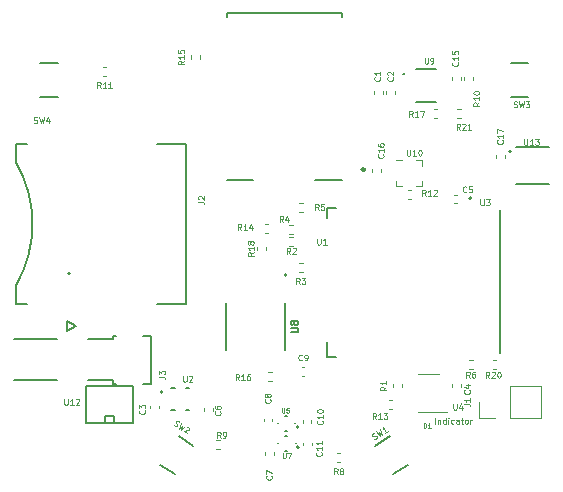
<source format=gbr>
G04 #@! TF.GenerationSoftware,KiCad,Pcbnew,7.0.8-7.0.8~ubuntu22.04.1*
G04 #@! TF.CreationDate,2023-10-27T20:54:45-04:00*
G04 #@! TF.ProjectId,osw,6f73772e-6b69-4636-9164-5f7063625858,4.0*
G04 #@! TF.SameCoordinates,Original*
G04 #@! TF.FileFunction,Legend,Top*
G04 #@! TF.FilePolarity,Positive*
%FSLAX46Y46*%
G04 Gerber Fmt 4.6, Leading zero omitted, Abs format (unit mm)*
G04 Created by KiCad (PCBNEW 7.0.8-7.0.8~ubuntu22.04.1) date 2023-10-27 20:54:45*
%MOMM*%
%LPD*%
G01*
G04 APERTURE LIST*
%ADD10C,0.120000*%
%ADD11C,0.080000*%
%ADD12C,0.100000*%
%ADD13C,0.150000*%
%ADD14C,0.127000*%
%ADD15C,0.300000*%
%ADD16C,0.125000*%
%ADD17C,0.200000*%
%ADD18C,0.152400*%
%ADD19C,0.270000*%
G04 APERTURE END LIST*
D10*
X176525069Y-97221428D02*
X176286974Y-97388094D01*
X176525069Y-97507142D02*
X176025069Y-97507142D01*
X176025069Y-97507142D02*
X176025069Y-97316666D01*
X176025069Y-97316666D02*
X176048879Y-97269047D01*
X176048879Y-97269047D02*
X176072688Y-97245237D01*
X176072688Y-97245237D02*
X176120307Y-97221428D01*
X176120307Y-97221428D02*
X176191736Y-97221428D01*
X176191736Y-97221428D02*
X176239355Y-97245237D01*
X176239355Y-97245237D02*
X176263164Y-97269047D01*
X176263164Y-97269047D02*
X176286974Y-97316666D01*
X176286974Y-97316666D02*
X176286974Y-97507142D01*
X176525069Y-96745237D02*
X176525069Y-97030951D01*
X176525069Y-96888094D02*
X176025069Y-96888094D01*
X176025069Y-96888094D02*
X176096498Y-96935713D01*
X176096498Y-96935713D02*
X176144117Y-96983332D01*
X176144117Y-96983332D02*
X176167926Y-97030951D01*
X176025069Y-96435714D02*
X176025069Y-96388095D01*
X176025069Y-96388095D02*
X176048879Y-96340476D01*
X176048879Y-96340476D02*
X176072688Y-96316666D01*
X176072688Y-96316666D02*
X176120307Y-96292857D01*
X176120307Y-96292857D02*
X176215545Y-96269047D01*
X176215545Y-96269047D02*
X176334593Y-96269047D01*
X176334593Y-96269047D02*
X176429831Y-96292857D01*
X176429831Y-96292857D02*
X176477450Y-96316666D01*
X176477450Y-96316666D02*
X176501260Y-96340476D01*
X176501260Y-96340476D02*
X176525069Y-96388095D01*
X176525069Y-96388095D02*
X176525069Y-96435714D01*
X176525069Y-96435714D02*
X176501260Y-96483333D01*
X176501260Y-96483333D02*
X176477450Y-96507142D01*
X176477450Y-96507142D02*
X176429831Y-96530952D01*
X176429831Y-96530952D02*
X176334593Y-96554761D01*
X176334593Y-96554761D02*
X176215545Y-96554761D01*
X176215545Y-96554761D02*
X176120307Y-96530952D01*
X176120307Y-96530952D02*
X176072688Y-96507142D01*
X176072688Y-96507142D02*
X176048879Y-96483333D01*
X176048879Y-96483333D02*
X176025069Y-96435714D01*
X162916666Y-106325069D02*
X162750000Y-106086974D01*
X162630952Y-106325069D02*
X162630952Y-105825069D01*
X162630952Y-105825069D02*
X162821428Y-105825069D01*
X162821428Y-105825069D02*
X162869047Y-105848879D01*
X162869047Y-105848879D02*
X162892857Y-105872688D01*
X162892857Y-105872688D02*
X162916666Y-105920307D01*
X162916666Y-105920307D02*
X162916666Y-105991736D01*
X162916666Y-105991736D02*
X162892857Y-106039355D01*
X162892857Y-106039355D02*
X162869047Y-106063164D01*
X162869047Y-106063164D02*
X162821428Y-106086974D01*
X162821428Y-106086974D02*
X162630952Y-106086974D01*
X163369047Y-105825069D02*
X163130952Y-105825069D01*
X163130952Y-105825069D02*
X163107143Y-106063164D01*
X163107143Y-106063164D02*
X163130952Y-106039355D01*
X163130952Y-106039355D02*
X163178571Y-106015545D01*
X163178571Y-106015545D02*
X163297619Y-106015545D01*
X163297619Y-106015545D02*
X163345238Y-106039355D01*
X163345238Y-106039355D02*
X163369047Y-106063164D01*
X163369047Y-106063164D02*
X163392857Y-106110783D01*
X163392857Y-106110783D02*
X163392857Y-106229831D01*
X163392857Y-106229831D02*
X163369047Y-106277450D01*
X163369047Y-106277450D02*
X163345238Y-106301260D01*
X163345238Y-106301260D02*
X163297619Y-106325069D01*
X163297619Y-106325069D02*
X163178571Y-106325069D01*
X163178571Y-106325069D02*
X163130952Y-106301260D01*
X163130952Y-106301260D02*
X163107143Y-106277450D01*
X164516666Y-128695069D02*
X164350000Y-128456974D01*
X164230952Y-128695069D02*
X164230952Y-128195069D01*
X164230952Y-128195069D02*
X164421428Y-128195069D01*
X164421428Y-128195069D02*
X164469047Y-128218879D01*
X164469047Y-128218879D02*
X164492857Y-128242688D01*
X164492857Y-128242688D02*
X164516666Y-128290307D01*
X164516666Y-128290307D02*
X164516666Y-128361736D01*
X164516666Y-128361736D02*
X164492857Y-128409355D01*
X164492857Y-128409355D02*
X164469047Y-128433164D01*
X164469047Y-128433164D02*
X164421428Y-128456974D01*
X164421428Y-128456974D02*
X164230952Y-128456974D01*
X164802381Y-128409355D02*
X164754762Y-128385545D01*
X164754762Y-128385545D02*
X164730952Y-128361736D01*
X164730952Y-128361736D02*
X164707143Y-128314117D01*
X164707143Y-128314117D02*
X164707143Y-128290307D01*
X164707143Y-128290307D02*
X164730952Y-128242688D01*
X164730952Y-128242688D02*
X164754762Y-128218879D01*
X164754762Y-128218879D02*
X164802381Y-128195069D01*
X164802381Y-128195069D02*
X164897619Y-128195069D01*
X164897619Y-128195069D02*
X164945238Y-128218879D01*
X164945238Y-128218879D02*
X164969047Y-128242688D01*
X164969047Y-128242688D02*
X164992857Y-128290307D01*
X164992857Y-128290307D02*
X164992857Y-128314117D01*
X164992857Y-128314117D02*
X164969047Y-128361736D01*
X164969047Y-128361736D02*
X164945238Y-128385545D01*
X164945238Y-128385545D02*
X164897619Y-128409355D01*
X164897619Y-128409355D02*
X164802381Y-128409355D01*
X164802381Y-128409355D02*
X164754762Y-128433164D01*
X164754762Y-128433164D02*
X164730952Y-128456974D01*
X164730952Y-128456974D02*
X164707143Y-128504593D01*
X164707143Y-128504593D02*
X164707143Y-128599831D01*
X164707143Y-128599831D02*
X164730952Y-128647450D01*
X164730952Y-128647450D02*
X164754762Y-128671260D01*
X164754762Y-128671260D02*
X164802381Y-128695069D01*
X164802381Y-128695069D02*
X164897619Y-128695069D01*
X164897619Y-128695069D02*
X164945238Y-128671260D01*
X164945238Y-128671260D02*
X164969047Y-128647450D01*
X164969047Y-128647450D02*
X164992857Y-128599831D01*
X164992857Y-128599831D02*
X164992857Y-128504593D01*
X164992857Y-128504593D02*
X164969047Y-128456974D01*
X164969047Y-128456974D02*
X164945238Y-128433164D01*
X164945238Y-128433164D02*
X164897619Y-128409355D01*
X174677450Y-93821428D02*
X174701260Y-93845237D01*
X174701260Y-93845237D02*
X174725069Y-93916666D01*
X174725069Y-93916666D02*
X174725069Y-93964285D01*
X174725069Y-93964285D02*
X174701260Y-94035713D01*
X174701260Y-94035713D02*
X174653640Y-94083332D01*
X174653640Y-94083332D02*
X174606021Y-94107142D01*
X174606021Y-94107142D02*
X174510783Y-94130951D01*
X174510783Y-94130951D02*
X174439355Y-94130951D01*
X174439355Y-94130951D02*
X174344117Y-94107142D01*
X174344117Y-94107142D02*
X174296498Y-94083332D01*
X174296498Y-94083332D02*
X174248879Y-94035713D01*
X174248879Y-94035713D02*
X174225069Y-93964285D01*
X174225069Y-93964285D02*
X174225069Y-93916666D01*
X174225069Y-93916666D02*
X174248879Y-93845237D01*
X174248879Y-93845237D02*
X174272688Y-93821428D01*
X174725069Y-93345237D02*
X174725069Y-93630951D01*
X174725069Y-93488094D02*
X174225069Y-93488094D01*
X174225069Y-93488094D02*
X174296498Y-93535713D01*
X174296498Y-93535713D02*
X174344117Y-93583332D01*
X174344117Y-93583332D02*
X174367926Y-93630951D01*
X174225069Y-92892857D02*
X174225069Y-93130952D01*
X174225069Y-93130952D02*
X174463164Y-93154761D01*
X174463164Y-93154761D02*
X174439355Y-93130952D01*
X174439355Y-93130952D02*
X174415545Y-93083333D01*
X174415545Y-93083333D02*
X174415545Y-92964285D01*
X174415545Y-92964285D02*
X174439355Y-92916666D01*
X174439355Y-92916666D02*
X174463164Y-92892857D01*
X174463164Y-92892857D02*
X174510783Y-92869047D01*
X174510783Y-92869047D02*
X174629831Y-92869047D01*
X174629831Y-92869047D02*
X174677450Y-92892857D01*
X174677450Y-92892857D02*
X174701260Y-92916666D01*
X174701260Y-92916666D02*
X174725069Y-92964285D01*
X174725069Y-92964285D02*
X174725069Y-93083333D01*
X174725069Y-93083333D02*
X174701260Y-93130952D01*
X174701260Y-93130952D02*
X174677450Y-93154761D01*
X162797922Y-108751644D02*
X162797922Y-109156406D01*
X162797922Y-109156406D02*
X162821732Y-109204025D01*
X162821732Y-109204025D02*
X162845541Y-109227835D01*
X162845541Y-109227835D02*
X162893160Y-109251644D01*
X162893160Y-109251644D02*
X162988398Y-109251644D01*
X162988398Y-109251644D02*
X163036017Y-109227835D01*
X163036017Y-109227835D02*
X163059827Y-109204025D01*
X163059827Y-109204025D02*
X163083636Y-109156406D01*
X163083636Y-109156406D02*
X163083636Y-108751644D01*
X163583637Y-109251644D02*
X163297923Y-109251644D01*
X163440780Y-109251644D02*
X163440780Y-108751644D01*
X163440780Y-108751644D02*
X163393161Y-108823073D01*
X163393161Y-108823073D02*
X163345542Y-108870692D01*
X163345542Y-108870692D02*
X163297923Y-108894501D01*
D11*
X171804762Y-124780887D02*
X171804762Y-124380887D01*
X171804762Y-124380887D02*
X171900000Y-124380887D01*
X171900000Y-124380887D02*
X171957143Y-124399935D01*
X171957143Y-124399935D02*
X171995238Y-124438030D01*
X171995238Y-124438030D02*
X172014285Y-124476125D01*
X172014285Y-124476125D02*
X172033333Y-124552316D01*
X172033333Y-124552316D02*
X172033333Y-124609459D01*
X172033333Y-124609459D02*
X172014285Y-124685649D01*
X172014285Y-124685649D02*
X171995238Y-124723744D01*
X171995238Y-124723744D02*
X171957143Y-124761840D01*
X171957143Y-124761840D02*
X171900000Y-124780887D01*
X171900000Y-124780887D02*
X171804762Y-124780887D01*
X172414285Y-124780887D02*
X172185714Y-124780887D01*
X172300000Y-124780887D02*
X172300000Y-124380887D01*
X172300000Y-124380887D02*
X172261904Y-124438030D01*
X172261904Y-124438030D02*
X172223809Y-124476125D01*
X172223809Y-124476125D02*
X172185714Y-124495173D01*
D12*
X172764286Y-124426109D02*
X172764286Y-123926109D01*
X173002381Y-124092776D02*
X173002381Y-124426109D01*
X173002381Y-124140395D02*
X173026191Y-124116585D01*
X173026191Y-124116585D02*
X173073810Y-124092776D01*
X173073810Y-124092776D02*
X173145238Y-124092776D01*
X173145238Y-124092776D02*
X173192857Y-124116585D01*
X173192857Y-124116585D02*
X173216667Y-124164204D01*
X173216667Y-124164204D02*
X173216667Y-124426109D01*
X173669048Y-124426109D02*
X173669048Y-123926109D01*
X173669048Y-124402300D02*
X173621429Y-124426109D01*
X173621429Y-124426109D02*
X173526191Y-124426109D01*
X173526191Y-124426109D02*
X173478572Y-124402300D01*
X173478572Y-124402300D02*
X173454762Y-124378490D01*
X173454762Y-124378490D02*
X173430953Y-124330871D01*
X173430953Y-124330871D02*
X173430953Y-124188014D01*
X173430953Y-124188014D02*
X173454762Y-124140395D01*
X173454762Y-124140395D02*
X173478572Y-124116585D01*
X173478572Y-124116585D02*
X173526191Y-124092776D01*
X173526191Y-124092776D02*
X173621429Y-124092776D01*
X173621429Y-124092776D02*
X173669048Y-124116585D01*
X173907143Y-124426109D02*
X173907143Y-124092776D01*
X173907143Y-123926109D02*
X173883334Y-123949919D01*
X173883334Y-123949919D02*
X173907143Y-123973728D01*
X173907143Y-123973728D02*
X173930953Y-123949919D01*
X173930953Y-123949919D02*
X173907143Y-123926109D01*
X173907143Y-123926109D02*
X173907143Y-123973728D01*
X174359524Y-124402300D02*
X174311905Y-124426109D01*
X174311905Y-124426109D02*
X174216667Y-124426109D01*
X174216667Y-124426109D02*
X174169048Y-124402300D01*
X174169048Y-124402300D02*
X174145238Y-124378490D01*
X174145238Y-124378490D02*
X174121429Y-124330871D01*
X174121429Y-124330871D02*
X174121429Y-124188014D01*
X174121429Y-124188014D02*
X174145238Y-124140395D01*
X174145238Y-124140395D02*
X174169048Y-124116585D01*
X174169048Y-124116585D02*
X174216667Y-124092776D01*
X174216667Y-124092776D02*
X174311905Y-124092776D01*
X174311905Y-124092776D02*
X174359524Y-124116585D01*
X174788095Y-124426109D02*
X174788095Y-124164204D01*
X174788095Y-124164204D02*
X174764285Y-124116585D01*
X174764285Y-124116585D02*
X174716666Y-124092776D01*
X174716666Y-124092776D02*
X174621428Y-124092776D01*
X174621428Y-124092776D02*
X174573809Y-124116585D01*
X174788095Y-124402300D02*
X174740476Y-124426109D01*
X174740476Y-124426109D02*
X174621428Y-124426109D01*
X174621428Y-124426109D02*
X174573809Y-124402300D01*
X174573809Y-124402300D02*
X174550000Y-124354680D01*
X174550000Y-124354680D02*
X174550000Y-124307061D01*
X174550000Y-124307061D02*
X174573809Y-124259442D01*
X174573809Y-124259442D02*
X174621428Y-124235633D01*
X174621428Y-124235633D02*
X174740476Y-124235633D01*
X174740476Y-124235633D02*
X174788095Y-124211823D01*
X174954762Y-124092776D02*
X175145238Y-124092776D01*
X175026190Y-123926109D02*
X175026190Y-124354680D01*
X175026190Y-124354680D02*
X175050000Y-124402300D01*
X175050000Y-124402300D02*
X175097619Y-124426109D01*
X175097619Y-124426109D02*
X175145238Y-124426109D01*
X175383333Y-124426109D02*
X175335714Y-124402300D01*
X175335714Y-124402300D02*
X175311904Y-124378490D01*
X175311904Y-124378490D02*
X175288095Y-124330871D01*
X175288095Y-124330871D02*
X175288095Y-124188014D01*
X175288095Y-124188014D02*
X175311904Y-124140395D01*
X175311904Y-124140395D02*
X175335714Y-124116585D01*
X175335714Y-124116585D02*
X175383333Y-124092776D01*
X175383333Y-124092776D02*
X175454761Y-124092776D01*
X175454761Y-124092776D02*
X175502380Y-124116585D01*
X175502380Y-124116585D02*
X175526190Y-124140395D01*
X175526190Y-124140395D02*
X175549999Y-124188014D01*
X175549999Y-124188014D02*
X175549999Y-124330871D01*
X175549999Y-124330871D02*
X175526190Y-124378490D01*
X175526190Y-124378490D02*
X175502380Y-124402300D01*
X175502380Y-124402300D02*
X175454761Y-124426109D01*
X175454761Y-124426109D02*
X175383333Y-124426109D01*
X175764285Y-124426109D02*
X175764285Y-124092776D01*
X175764285Y-124188014D02*
X175788095Y-124140395D01*
X175788095Y-124140395D02*
X175811904Y-124116585D01*
X175811904Y-124116585D02*
X175859523Y-124092776D01*
X175859523Y-124092776D02*
X175907142Y-124092776D01*
D10*
X175255069Y-122766666D02*
X175612212Y-122766666D01*
X175612212Y-122766666D02*
X175683640Y-122790475D01*
X175683640Y-122790475D02*
X175731260Y-122838094D01*
X175731260Y-122838094D02*
X175755069Y-122909523D01*
X175755069Y-122909523D02*
X175755069Y-122957142D01*
X175755069Y-122266666D02*
X175755069Y-122552380D01*
X175755069Y-122409523D02*
X175255069Y-122409523D01*
X175255069Y-122409523D02*
X175326498Y-122457142D01*
X175326498Y-122457142D02*
X175374117Y-122504761D01*
X175374117Y-122504761D02*
X175397926Y-122552380D01*
X154616666Y-125625069D02*
X154450000Y-125386974D01*
X154330952Y-125625069D02*
X154330952Y-125125069D01*
X154330952Y-125125069D02*
X154521428Y-125125069D01*
X154521428Y-125125069D02*
X154569047Y-125148879D01*
X154569047Y-125148879D02*
X154592857Y-125172688D01*
X154592857Y-125172688D02*
X154616666Y-125220307D01*
X154616666Y-125220307D02*
X154616666Y-125291736D01*
X154616666Y-125291736D02*
X154592857Y-125339355D01*
X154592857Y-125339355D02*
X154569047Y-125363164D01*
X154569047Y-125363164D02*
X154521428Y-125386974D01*
X154521428Y-125386974D02*
X154330952Y-125386974D01*
X154854762Y-125625069D02*
X154950000Y-125625069D01*
X154950000Y-125625069D02*
X154997619Y-125601260D01*
X154997619Y-125601260D02*
X155021428Y-125577450D01*
X155021428Y-125577450D02*
X155069047Y-125506021D01*
X155069047Y-125506021D02*
X155092857Y-125410783D01*
X155092857Y-125410783D02*
X155092857Y-125220307D01*
X155092857Y-125220307D02*
X155069047Y-125172688D01*
X155069047Y-125172688D02*
X155045238Y-125148879D01*
X155045238Y-125148879D02*
X154997619Y-125125069D01*
X154997619Y-125125069D02*
X154902381Y-125125069D01*
X154902381Y-125125069D02*
X154854762Y-125148879D01*
X154854762Y-125148879D02*
X154830952Y-125172688D01*
X154830952Y-125172688D02*
X154807143Y-125220307D01*
X154807143Y-125220307D02*
X154807143Y-125339355D01*
X154807143Y-125339355D02*
X154830952Y-125386974D01*
X154830952Y-125386974D02*
X154854762Y-125410783D01*
X154854762Y-125410783D02*
X154902381Y-125434593D01*
X154902381Y-125434593D02*
X154997619Y-125434593D01*
X154997619Y-125434593D02*
X155045238Y-125410783D01*
X155045238Y-125410783D02*
X155069047Y-125386974D01*
X155069047Y-125386974D02*
X155092857Y-125339355D01*
X175416666Y-104777450D02*
X175392857Y-104801260D01*
X175392857Y-104801260D02*
X175321428Y-104825069D01*
X175321428Y-104825069D02*
X175273809Y-104825069D01*
X175273809Y-104825069D02*
X175202381Y-104801260D01*
X175202381Y-104801260D02*
X175154762Y-104753640D01*
X175154762Y-104753640D02*
X175130952Y-104706021D01*
X175130952Y-104706021D02*
X175107143Y-104610783D01*
X175107143Y-104610783D02*
X175107143Y-104539355D01*
X175107143Y-104539355D02*
X175130952Y-104444117D01*
X175130952Y-104444117D02*
X175154762Y-104396498D01*
X175154762Y-104396498D02*
X175202381Y-104348879D01*
X175202381Y-104348879D02*
X175273809Y-104325069D01*
X175273809Y-104325069D02*
X175321428Y-104325069D01*
X175321428Y-104325069D02*
X175392857Y-104348879D01*
X175392857Y-104348879D02*
X175416666Y-104372688D01*
X175869047Y-104325069D02*
X175630952Y-104325069D01*
X175630952Y-104325069D02*
X175607143Y-104563164D01*
X175607143Y-104563164D02*
X175630952Y-104539355D01*
X175630952Y-104539355D02*
X175678571Y-104515545D01*
X175678571Y-104515545D02*
X175797619Y-104515545D01*
X175797619Y-104515545D02*
X175845238Y-104539355D01*
X175845238Y-104539355D02*
X175869047Y-104563164D01*
X175869047Y-104563164D02*
X175892857Y-104610783D01*
X175892857Y-104610783D02*
X175892857Y-104729831D01*
X175892857Y-104729831D02*
X175869047Y-104777450D01*
X175869047Y-104777450D02*
X175845238Y-104801260D01*
X175845238Y-104801260D02*
X175797619Y-104825069D01*
X175797619Y-104825069D02*
X175678571Y-104825069D01*
X175678571Y-104825069D02*
X175630952Y-104801260D01*
X175630952Y-104801260D02*
X175607143Y-104777450D01*
X154577450Y-123383333D02*
X154601260Y-123407142D01*
X154601260Y-123407142D02*
X154625069Y-123478571D01*
X154625069Y-123478571D02*
X154625069Y-123526190D01*
X154625069Y-123526190D02*
X154601260Y-123597618D01*
X154601260Y-123597618D02*
X154553640Y-123645237D01*
X154553640Y-123645237D02*
X154506021Y-123669047D01*
X154506021Y-123669047D02*
X154410783Y-123692856D01*
X154410783Y-123692856D02*
X154339355Y-123692856D01*
X154339355Y-123692856D02*
X154244117Y-123669047D01*
X154244117Y-123669047D02*
X154196498Y-123645237D01*
X154196498Y-123645237D02*
X154148879Y-123597618D01*
X154148879Y-123597618D02*
X154125069Y-123526190D01*
X154125069Y-123526190D02*
X154125069Y-123478571D01*
X154125069Y-123478571D02*
X154148879Y-123407142D01*
X154148879Y-123407142D02*
X154172688Y-123383333D01*
X154125069Y-122954761D02*
X154125069Y-123049999D01*
X154125069Y-123049999D02*
X154148879Y-123097618D01*
X154148879Y-123097618D02*
X154172688Y-123121428D01*
X154172688Y-123121428D02*
X154244117Y-123169047D01*
X154244117Y-123169047D02*
X154339355Y-123192856D01*
X154339355Y-123192856D02*
X154529831Y-123192856D01*
X154529831Y-123192856D02*
X154577450Y-123169047D01*
X154577450Y-123169047D02*
X154601260Y-123145237D01*
X154601260Y-123145237D02*
X154625069Y-123097618D01*
X154625069Y-123097618D02*
X154625069Y-123002380D01*
X154625069Y-123002380D02*
X154601260Y-122954761D01*
X154601260Y-122954761D02*
X154577450Y-122930952D01*
X154577450Y-122930952D02*
X154529831Y-122907142D01*
X154529831Y-122907142D02*
X154410783Y-122907142D01*
X154410783Y-122907142D02*
X154363164Y-122930952D01*
X154363164Y-122930952D02*
X154339355Y-122954761D01*
X154339355Y-122954761D02*
X154315545Y-123002380D01*
X154315545Y-123002380D02*
X154315545Y-123097618D01*
X154315545Y-123097618D02*
X154339355Y-123145237D01*
X154339355Y-123145237D02*
X154363164Y-123169047D01*
X154363164Y-123169047D02*
X154410783Y-123192856D01*
X149412569Y-120446666D02*
X149769712Y-120446666D01*
X149769712Y-120446666D02*
X149841140Y-120470475D01*
X149841140Y-120470475D02*
X149888760Y-120518094D01*
X149888760Y-120518094D02*
X149912569Y-120589523D01*
X149912569Y-120589523D02*
X149912569Y-120637142D01*
X149412569Y-120256190D02*
X149412569Y-119946666D01*
X149412569Y-119946666D02*
X149603045Y-120113333D01*
X149603045Y-120113333D02*
X149603045Y-120041904D01*
X149603045Y-120041904D02*
X149626855Y-119994285D01*
X149626855Y-119994285D02*
X149650664Y-119970476D01*
X149650664Y-119970476D02*
X149698283Y-119946666D01*
X149698283Y-119946666D02*
X149817331Y-119946666D01*
X149817331Y-119946666D02*
X149864950Y-119970476D01*
X149864950Y-119970476D02*
X149888760Y-119994285D01*
X149888760Y-119994285D02*
X149912569Y-120041904D01*
X149912569Y-120041904D02*
X149912569Y-120184761D01*
X149912569Y-120184761D02*
X149888760Y-120232380D01*
X149888760Y-120232380D02*
X149864950Y-120256190D01*
X168655069Y-121283333D02*
X168416974Y-121449999D01*
X168655069Y-121569047D02*
X168155069Y-121569047D01*
X168155069Y-121569047D02*
X168155069Y-121378571D01*
X168155069Y-121378571D02*
X168178879Y-121330952D01*
X168178879Y-121330952D02*
X168202688Y-121307142D01*
X168202688Y-121307142D02*
X168250307Y-121283333D01*
X168250307Y-121283333D02*
X168321736Y-121283333D01*
X168321736Y-121283333D02*
X168369355Y-121307142D01*
X168369355Y-121307142D02*
X168393164Y-121330952D01*
X168393164Y-121330952D02*
X168416974Y-121378571D01*
X168416974Y-121378571D02*
X168416974Y-121569047D01*
X168655069Y-120807142D02*
X168655069Y-121092856D01*
X168655069Y-120949999D02*
X168155069Y-120949999D01*
X168155069Y-120949999D02*
X168226498Y-120997618D01*
X168226498Y-120997618D02*
X168274117Y-121045237D01*
X168274117Y-121045237D02*
X168297926Y-121092856D01*
X141380952Y-122325069D02*
X141380952Y-122729831D01*
X141380952Y-122729831D02*
X141404762Y-122777450D01*
X141404762Y-122777450D02*
X141428571Y-122801260D01*
X141428571Y-122801260D02*
X141476190Y-122825069D01*
X141476190Y-122825069D02*
X141571428Y-122825069D01*
X141571428Y-122825069D02*
X141619047Y-122801260D01*
X141619047Y-122801260D02*
X141642857Y-122777450D01*
X141642857Y-122777450D02*
X141666666Y-122729831D01*
X141666666Y-122729831D02*
X141666666Y-122325069D01*
X142166667Y-122825069D02*
X141880953Y-122825069D01*
X142023810Y-122825069D02*
X142023810Y-122325069D01*
X142023810Y-122325069D02*
X141976191Y-122396498D01*
X141976191Y-122396498D02*
X141928572Y-122444117D01*
X141928572Y-122444117D02*
X141880953Y-122467926D01*
X142357143Y-122372688D02*
X142380952Y-122348879D01*
X142380952Y-122348879D02*
X142428571Y-122325069D01*
X142428571Y-122325069D02*
X142547619Y-122325069D01*
X142547619Y-122325069D02*
X142595238Y-122348879D01*
X142595238Y-122348879D02*
X142619047Y-122372688D01*
X142619047Y-122372688D02*
X142642857Y-122420307D01*
X142642857Y-122420307D02*
X142642857Y-122467926D01*
X142642857Y-122467926D02*
X142619047Y-122539355D01*
X142619047Y-122539355D02*
X142333333Y-122825069D01*
X142333333Y-122825069D02*
X142642857Y-122825069D01*
X168077450Y-95083333D02*
X168101260Y-95107142D01*
X168101260Y-95107142D02*
X168125069Y-95178571D01*
X168125069Y-95178571D02*
X168125069Y-95226190D01*
X168125069Y-95226190D02*
X168101260Y-95297618D01*
X168101260Y-95297618D02*
X168053640Y-95345237D01*
X168053640Y-95345237D02*
X168006021Y-95369047D01*
X168006021Y-95369047D02*
X167910783Y-95392856D01*
X167910783Y-95392856D02*
X167839355Y-95392856D01*
X167839355Y-95392856D02*
X167744117Y-95369047D01*
X167744117Y-95369047D02*
X167696498Y-95345237D01*
X167696498Y-95345237D02*
X167648879Y-95297618D01*
X167648879Y-95297618D02*
X167625069Y-95226190D01*
X167625069Y-95226190D02*
X167625069Y-95178571D01*
X167625069Y-95178571D02*
X167648879Y-95107142D01*
X167648879Y-95107142D02*
X167672688Y-95083333D01*
X168125069Y-94607142D02*
X168125069Y-94892856D01*
X168125069Y-94749999D02*
X167625069Y-94749999D01*
X167625069Y-94749999D02*
X167696498Y-94797618D01*
X167696498Y-94797618D02*
X167744117Y-94845237D01*
X167744117Y-94845237D02*
X167767926Y-94892856D01*
X180312952Y-100325069D02*
X180312952Y-100729831D01*
X180312952Y-100729831D02*
X180336762Y-100777450D01*
X180336762Y-100777450D02*
X180360571Y-100801260D01*
X180360571Y-100801260D02*
X180408190Y-100825069D01*
X180408190Y-100825069D02*
X180503428Y-100825069D01*
X180503428Y-100825069D02*
X180551047Y-100801260D01*
X180551047Y-100801260D02*
X180574857Y-100777450D01*
X180574857Y-100777450D02*
X180598666Y-100729831D01*
X180598666Y-100729831D02*
X180598666Y-100325069D01*
X181098667Y-100825069D02*
X180812953Y-100825069D01*
X180955810Y-100825069D02*
X180955810Y-100325069D01*
X180955810Y-100325069D02*
X180908191Y-100396498D01*
X180908191Y-100396498D02*
X180860572Y-100444117D01*
X180860572Y-100444117D02*
X180812953Y-100467926D01*
X181265333Y-100325069D02*
X181574857Y-100325069D01*
X181574857Y-100325069D02*
X181408190Y-100515545D01*
X181408190Y-100515545D02*
X181479619Y-100515545D01*
X181479619Y-100515545D02*
X181527238Y-100539355D01*
X181527238Y-100539355D02*
X181551047Y-100563164D01*
X181551047Y-100563164D02*
X181574857Y-100610783D01*
X181574857Y-100610783D02*
X181574857Y-100729831D01*
X181574857Y-100729831D02*
X181551047Y-100777450D01*
X181551047Y-100777450D02*
X181527238Y-100801260D01*
X181527238Y-100801260D02*
X181479619Y-100825069D01*
X181479619Y-100825069D02*
X181336762Y-100825069D01*
X181336762Y-100825069D02*
X181289143Y-100801260D01*
X181289143Y-100801260D02*
X181265333Y-100777450D01*
X157425069Y-109921428D02*
X157186974Y-110088094D01*
X157425069Y-110207142D02*
X156925069Y-110207142D01*
X156925069Y-110207142D02*
X156925069Y-110016666D01*
X156925069Y-110016666D02*
X156948879Y-109969047D01*
X156948879Y-109969047D02*
X156972688Y-109945237D01*
X156972688Y-109945237D02*
X157020307Y-109921428D01*
X157020307Y-109921428D02*
X157091736Y-109921428D01*
X157091736Y-109921428D02*
X157139355Y-109945237D01*
X157139355Y-109945237D02*
X157163164Y-109969047D01*
X157163164Y-109969047D02*
X157186974Y-110016666D01*
X157186974Y-110016666D02*
X157186974Y-110207142D01*
X157425069Y-109445237D02*
X157425069Y-109730951D01*
X157425069Y-109588094D02*
X156925069Y-109588094D01*
X156925069Y-109588094D02*
X156996498Y-109635713D01*
X156996498Y-109635713D02*
X157044117Y-109683332D01*
X157044117Y-109683332D02*
X157067926Y-109730951D01*
X157139355Y-109159523D02*
X157115545Y-109207142D01*
X157115545Y-109207142D02*
X157091736Y-109230952D01*
X157091736Y-109230952D02*
X157044117Y-109254761D01*
X157044117Y-109254761D02*
X157020307Y-109254761D01*
X157020307Y-109254761D02*
X156972688Y-109230952D01*
X156972688Y-109230952D02*
X156948879Y-109207142D01*
X156948879Y-109207142D02*
X156925069Y-109159523D01*
X156925069Y-109159523D02*
X156925069Y-109064285D01*
X156925069Y-109064285D02*
X156948879Y-109016666D01*
X156948879Y-109016666D02*
X156972688Y-108992857D01*
X156972688Y-108992857D02*
X157020307Y-108969047D01*
X157020307Y-108969047D02*
X157044117Y-108969047D01*
X157044117Y-108969047D02*
X157091736Y-108992857D01*
X157091736Y-108992857D02*
X157115545Y-109016666D01*
X157115545Y-109016666D02*
X157139355Y-109064285D01*
X157139355Y-109064285D02*
X157139355Y-109159523D01*
X157139355Y-109159523D02*
X157163164Y-109207142D01*
X157163164Y-109207142D02*
X157186974Y-109230952D01*
X157186974Y-109230952D02*
X157234593Y-109254761D01*
X157234593Y-109254761D02*
X157329831Y-109254761D01*
X157329831Y-109254761D02*
X157377450Y-109230952D01*
X157377450Y-109230952D02*
X157401260Y-109207142D01*
X157401260Y-109207142D02*
X157425069Y-109159523D01*
X157425069Y-109159523D02*
X157425069Y-109064285D01*
X157425069Y-109064285D02*
X157401260Y-109016666D01*
X157401260Y-109016666D02*
X157377450Y-108992857D01*
X157377450Y-108992857D02*
X157329831Y-108969047D01*
X157329831Y-108969047D02*
X157234593Y-108969047D01*
X157234593Y-108969047D02*
X157186974Y-108992857D01*
X157186974Y-108992857D02*
X157163164Y-109016666D01*
X157163164Y-109016666D02*
X157139355Y-109064285D01*
X176619047Y-105425069D02*
X176619047Y-105829831D01*
X176619047Y-105829831D02*
X176642857Y-105877450D01*
X176642857Y-105877450D02*
X176666666Y-105901260D01*
X176666666Y-105901260D02*
X176714285Y-105925069D01*
X176714285Y-105925069D02*
X176809523Y-105925069D01*
X176809523Y-105925069D02*
X176857142Y-105901260D01*
X176857142Y-105901260D02*
X176880952Y-105877450D01*
X176880952Y-105877450D02*
X176904761Y-105829831D01*
X176904761Y-105829831D02*
X176904761Y-105425069D01*
X177095238Y-105425069D02*
X177404762Y-105425069D01*
X177404762Y-105425069D02*
X177238095Y-105615545D01*
X177238095Y-105615545D02*
X177309524Y-105615545D01*
X177309524Y-105615545D02*
X177357143Y-105639355D01*
X177357143Y-105639355D02*
X177380952Y-105663164D01*
X177380952Y-105663164D02*
X177404762Y-105710783D01*
X177404762Y-105710783D02*
X177404762Y-105829831D01*
X177404762Y-105829831D02*
X177380952Y-105877450D01*
X177380952Y-105877450D02*
X177357143Y-105901260D01*
X177357143Y-105901260D02*
X177309524Y-105925069D01*
X177309524Y-105925069D02*
X177166667Y-105925069D01*
X177166667Y-105925069D02*
X177119048Y-105901260D01*
X177119048Y-105901260D02*
X177095238Y-105877450D01*
X159916666Y-107325069D02*
X159750000Y-107086974D01*
X159630952Y-107325069D02*
X159630952Y-106825069D01*
X159630952Y-106825069D02*
X159821428Y-106825069D01*
X159821428Y-106825069D02*
X159869047Y-106848879D01*
X159869047Y-106848879D02*
X159892857Y-106872688D01*
X159892857Y-106872688D02*
X159916666Y-106920307D01*
X159916666Y-106920307D02*
X159916666Y-106991736D01*
X159916666Y-106991736D02*
X159892857Y-107039355D01*
X159892857Y-107039355D02*
X159869047Y-107063164D01*
X159869047Y-107063164D02*
X159821428Y-107086974D01*
X159821428Y-107086974D02*
X159630952Y-107086974D01*
X160345238Y-106991736D02*
X160345238Y-107325069D01*
X160226190Y-106801260D02*
X160107143Y-107158402D01*
X160107143Y-107158402D02*
X160416666Y-107158402D01*
X161516666Y-119017450D02*
X161492857Y-119041260D01*
X161492857Y-119041260D02*
X161421428Y-119065069D01*
X161421428Y-119065069D02*
X161373809Y-119065069D01*
X161373809Y-119065069D02*
X161302381Y-119041260D01*
X161302381Y-119041260D02*
X161254762Y-118993640D01*
X161254762Y-118993640D02*
X161230952Y-118946021D01*
X161230952Y-118946021D02*
X161207143Y-118850783D01*
X161207143Y-118850783D02*
X161207143Y-118779355D01*
X161207143Y-118779355D02*
X161230952Y-118684117D01*
X161230952Y-118684117D02*
X161254762Y-118636498D01*
X161254762Y-118636498D02*
X161302381Y-118588879D01*
X161302381Y-118588879D02*
X161373809Y-118565069D01*
X161373809Y-118565069D02*
X161421428Y-118565069D01*
X161421428Y-118565069D02*
X161492857Y-118588879D01*
X161492857Y-118588879D02*
X161516666Y-118612688D01*
X161754762Y-119065069D02*
X161850000Y-119065069D01*
X161850000Y-119065069D02*
X161897619Y-119041260D01*
X161897619Y-119041260D02*
X161921428Y-119017450D01*
X161921428Y-119017450D02*
X161969047Y-118946021D01*
X161969047Y-118946021D02*
X161992857Y-118850783D01*
X161992857Y-118850783D02*
X161992857Y-118660307D01*
X161992857Y-118660307D02*
X161969047Y-118612688D01*
X161969047Y-118612688D02*
X161945238Y-118588879D01*
X161945238Y-118588879D02*
X161897619Y-118565069D01*
X161897619Y-118565069D02*
X161802381Y-118565069D01*
X161802381Y-118565069D02*
X161754762Y-118588879D01*
X161754762Y-118588879D02*
X161730952Y-118612688D01*
X161730952Y-118612688D02*
X161707143Y-118660307D01*
X161707143Y-118660307D02*
X161707143Y-118779355D01*
X161707143Y-118779355D02*
X161730952Y-118826974D01*
X161730952Y-118826974D02*
X161754762Y-118850783D01*
X161754762Y-118850783D02*
X161802381Y-118874593D01*
X161802381Y-118874593D02*
X161897619Y-118874593D01*
X161897619Y-118874593D02*
X161945238Y-118850783D01*
X161945238Y-118850783D02*
X161969047Y-118826974D01*
X161969047Y-118826974D02*
X161992857Y-118779355D01*
X156178571Y-120725069D02*
X156011905Y-120486974D01*
X155892857Y-120725069D02*
X155892857Y-120225069D01*
X155892857Y-120225069D02*
X156083333Y-120225069D01*
X156083333Y-120225069D02*
X156130952Y-120248879D01*
X156130952Y-120248879D02*
X156154762Y-120272688D01*
X156154762Y-120272688D02*
X156178571Y-120320307D01*
X156178571Y-120320307D02*
X156178571Y-120391736D01*
X156178571Y-120391736D02*
X156154762Y-120439355D01*
X156154762Y-120439355D02*
X156130952Y-120463164D01*
X156130952Y-120463164D02*
X156083333Y-120486974D01*
X156083333Y-120486974D02*
X155892857Y-120486974D01*
X156654762Y-120725069D02*
X156369048Y-120725069D01*
X156511905Y-120725069D02*
X156511905Y-120225069D01*
X156511905Y-120225069D02*
X156464286Y-120296498D01*
X156464286Y-120296498D02*
X156416667Y-120344117D01*
X156416667Y-120344117D02*
X156369048Y-120367926D01*
X157083333Y-120225069D02*
X156988095Y-120225069D01*
X156988095Y-120225069D02*
X156940476Y-120248879D01*
X156940476Y-120248879D02*
X156916666Y-120272688D01*
X156916666Y-120272688D02*
X156869047Y-120344117D01*
X156869047Y-120344117D02*
X156845238Y-120439355D01*
X156845238Y-120439355D02*
X156845238Y-120629831D01*
X156845238Y-120629831D02*
X156869047Y-120677450D01*
X156869047Y-120677450D02*
X156892857Y-120701260D01*
X156892857Y-120701260D02*
X156940476Y-120725069D01*
X156940476Y-120725069D02*
X157035714Y-120725069D01*
X157035714Y-120725069D02*
X157083333Y-120701260D01*
X157083333Y-120701260D02*
X157107142Y-120677450D01*
X157107142Y-120677450D02*
X157130952Y-120629831D01*
X157130952Y-120629831D02*
X157130952Y-120510783D01*
X157130952Y-120510783D02*
X157107142Y-120463164D01*
X157107142Y-120463164D02*
X157083333Y-120439355D01*
X157083333Y-120439355D02*
X157035714Y-120415545D01*
X157035714Y-120415545D02*
X156940476Y-120415545D01*
X156940476Y-120415545D02*
X156892857Y-120439355D01*
X156892857Y-120439355D02*
X156869047Y-120463164D01*
X156869047Y-120463164D02*
X156845238Y-120510783D01*
X144458571Y-96010069D02*
X144291905Y-95771974D01*
X144172857Y-96010069D02*
X144172857Y-95510069D01*
X144172857Y-95510069D02*
X144363333Y-95510069D01*
X144363333Y-95510069D02*
X144410952Y-95533879D01*
X144410952Y-95533879D02*
X144434762Y-95557688D01*
X144434762Y-95557688D02*
X144458571Y-95605307D01*
X144458571Y-95605307D02*
X144458571Y-95676736D01*
X144458571Y-95676736D02*
X144434762Y-95724355D01*
X144434762Y-95724355D02*
X144410952Y-95748164D01*
X144410952Y-95748164D02*
X144363333Y-95771974D01*
X144363333Y-95771974D02*
X144172857Y-95771974D01*
X144934762Y-96010069D02*
X144649048Y-96010069D01*
X144791905Y-96010069D02*
X144791905Y-95510069D01*
X144791905Y-95510069D02*
X144744286Y-95581498D01*
X144744286Y-95581498D02*
X144696667Y-95629117D01*
X144696667Y-95629117D02*
X144649048Y-95652926D01*
X145410952Y-96010069D02*
X145125238Y-96010069D01*
X145268095Y-96010069D02*
X145268095Y-95510069D01*
X145268095Y-95510069D02*
X145220476Y-95581498D01*
X145220476Y-95581498D02*
X145172857Y-95629117D01*
X145172857Y-95629117D02*
X145125238Y-95652926D01*
X150629623Y-124511312D02*
X150677053Y-124569787D01*
X150677053Y-124569787D02*
X150777435Y-124633784D01*
X150777435Y-124633784D02*
X150830388Y-124639307D01*
X150830388Y-124639307D02*
X150863264Y-124632030D01*
X150863264Y-124632030D02*
X150908939Y-124604676D01*
X150908939Y-124604676D02*
X150934538Y-124564523D01*
X150934538Y-124564523D02*
X150940061Y-124511571D01*
X150940061Y-124511571D02*
X150932784Y-124478695D01*
X150932784Y-124478695D02*
X150905430Y-124433019D01*
X150905430Y-124433019D02*
X150837924Y-124361745D01*
X150837924Y-124361745D02*
X150810570Y-124316069D01*
X150810570Y-124316069D02*
X150803293Y-124283193D01*
X150803293Y-124283193D02*
X150808816Y-124230241D01*
X150808816Y-124230241D02*
X150834415Y-124190088D01*
X150834415Y-124190088D02*
X150880090Y-124162734D01*
X150880090Y-124162734D02*
X150912966Y-124155457D01*
X150912966Y-124155457D02*
X150965919Y-124160980D01*
X150965919Y-124160980D02*
X151066301Y-124224977D01*
X151066301Y-124224977D02*
X151113731Y-124283452D01*
X151267066Y-124352972D02*
X151098659Y-124838576D01*
X151098659Y-124838576D02*
X151370958Y-124588627D01*
X151370958Y-124588627D02*
X151259271Y-124940972D01*
X151259271Y-124940972D02*
X151628443Y-124583363D01*
X151743380Y-124713113D02*
X151776256Y-124705836D01*
X151776256Y-124705836D02*
X151829209Y-124711358D01*
X151829209Y-124711358D02*
X151929591Y-124775356D01*
X151929591Y-124775356D02*
X151956945Y-124821032D01*
X151956945Y-124821032D02*
X151964222Y-124853908D01*
X151964222Y-124853908D02*
X151958699Y-124906860D01*
X151958699Y-124906860D02*
X151933100Y-124947013D01*
X151933100Y-124947013D02*
X151874625Y-124994443D01*
X151874625Y-124994443D02*
X151480113Y-125081767D01*
X151480113Y-125081767D02*
X151741108Y-125248161D01*
X163141450Y-126848428D02*
X163165260Y-126872237D01*
X163165260Y-126872237D02*
X163189069Y-126943666D01*
X163189069Y-126943666D02*
X163189069Y-126991285D01*
X163189069Y-126991285D02*
X163165260Y-127062713D01*
X163165260Y-127062713D02*
X163117640Y-127110332D01*
X163117640Y-127110332D02*
X163070021Y-127134142D01*
X163070021Y-127134142D02*
X162974783Y-127157951D01*
X162974783Y-127157951D02*
X162903355Y-127157951D01*
X162903355Y-127157951D02*
X162808117Y-127134142D01*
X162808117Y-127134142D02*
X162760498Y-127110332D01*
X162760498Y-127110332D02*
X162712879Y-127062713D01*
X162712879Y-127062713D02*
X162689069Y-126991285D01*
X162689069Y-126991285D02*
X162689069Y-126943666D01*
X162689069Y-126943666D02*
X162712879Y-126872237D01*
X162712879Y-126872237D02*
X162736688Y-126848428D01*
X163189069Y-126372237D02*
X163189069Y-126657951D01*
X163189069Y-126515094D02*
X162689069Y-126515094D01*
X162689069Y-126515094D02*
X162760498Y-126562713D01*
X162760498Y-126562713D02*
X162808117Y-126610332D01*
X162808117Y-126610332D02*
X162831926Y-126657951D01*
X163189069Y-125896047D02*
X163189069Y-126181761D01*
X163189069Y-126038904D02*
X162689069Y-126038904D01*
X162689069Y-126038904D02*
X162760498Y-126086523D01*
X162760498Y-126086523D02*
X162808117Y-126134142D01*
X162808117Y-126134142D02*
X162831926Y-126181761D01*
X158913450Y-128844333D02*
X158937260Y-128868142D01*
X158937260Y-128868142D02*
X158961069Y-128939571D01*
X158961069Y-128939571D02*
X158961069Y-128987190D01*
X158961069Y-128987190D02*
X158937260Y-129058618D01*
X158937260Y-129058618D02*
X158889640Y-129106237D01*
X158889640Y-129106237D02*
X158842021Y-129130047D01*
X158842021Y-129130047D02*
X158746783Y-129153856D01*
X158746783Y-129153856D02*
X158675355Y-129153856D01*
X158675355Y-129153856D02*
X158580117Y-129130047D01*
X158580117Y-129130047D02*
X158532498Y-129106237D01*
X158532498Y-129106237D02*
X158484879Y-129058618D01*
X158484879Y-129058618D02*
X158461069Y-128987190D01*
X158461069Y-128987190D02*
X158461069Y-128939571D01*
X158461069Y-128939571D02*
X158484879Y-128868142D01*
X158484879Y-128868142D02*
X158508688Y-128844333D01*
X158461069Y-128677666D02*
X158461069Y-128344333D01*
X158461069Y-128344333D02*
X158961069Y-128558618D01*
X168377450Y-101621428D02*
X168401260Y-101645237D01*
X168401260Y-101645237D02*
X168425069Y-101716666D01*
X168425069Y-101716666D02*
X168425069Y-101764285D01*
X168425069Y-101764285D02*
X168401260Y-101835713D01*
X168401260Y-101835713D02*
X168353640Y-101883332D01*
X168353640Y-101883332D02*
X168306021Y-101907142D01*
X168306021Y-101907142D02*
X168210783Y-101930951D01*
X168210783Y-101930951D02*
X168139355Y-101930951D01*
X168139355Y-101930951D02*
X168044117Y-101907142D01*
X168044117Y-101907142D02*
X167996498Y-101883332D01*
X167996498Y-101883332D02*
X167948879Y-101835713D01*
X167948879Y-101835713D02*
X167925069Y-101764285D01*
X167925069Y-101764285D02*
X167925069Y-101716666D01*
X167925069Y-101716666D02*
X167948879Y-101645237D01*
X167948879Y-101645237D02*
X167972688Y-101621428D01*
X168425069Y-101145237D02*
X168425069Y-101430951D01*
X168425069Y-101288094D02*
X167925069Y-101288094D01*
X167925069Y-101288094D02*
X167996498Y-101335713D01*
X167996498Y-101335713D02*
X168044117Y-101383332D01*
X168044117Y-101383332D02*
X168067926Y-101430951D01*
X167925069Y-100716666D02*
X167925069Y-100811904D01*
X167925069Y-100811904D02*
X167948879Y-100859523D01*
X167948879Y-100859523D02*
X167972688Y-100883333D01*
X167972688Y-100883333D02*
X168044117Y-100930952D01*
X168044117Y-100930952D02*
X168139355Y-100954761D01*
X168139355Y-100954761D02*
X168329831Y-100954761D01*
X168329831Y-100954761D02*
X168377450Y-100930952D01*
X168377450Y-100930952D02*
X168401260Y-100907142D01*
X168401260Y-100907142D02*
X168425069Y-100859523D01*
X168425069Y-100859523D02*
X168425069Y-100764285D01*
X168425069Y-100764285D02*
X168401260Y-100716666D01*
X168401260Y-100716666D02*
X168377450Y-100692857D01*
X168377450Y-100692857D02*
X168329831Y-100669047D01*
X168329831Y-100669047D02*
X168210783Y-100669047D01*
X168210783Y-100669047D02*
X168163164Y-100692857D01*
X168163164Y-100692857D02*
X168139355Y-100716666D01*
X168139355Y-100716666D02*
X168115545Y-100764285D01*
X168115545Y-100764285D02*
X168115545Y-100859523D01*
X168115545Y-100859523D02*
X168139355Y-100907142D01*
X168139355Y-100907142D02*
X168163164Y-100930952D01*
X168163164Y-100930952D02*
X168210783Y-100954761D01*
X174878571Y-99525069D02*
X174711905Y-99286974D01*
X174592857Y-99525069D02*
X174592857Y-99025069D01*
X174592857Y-99025069D02*
X174783333Y-99025069D01*
X174783333Y-99025069D02*
X174830952Y-99048879D01*
X174830952Y-99048879D02*
X174854762Y-99072688D01*
X174854762Y-99072688D02*
X174878571Y-99120307D01*
X174878571Y-99120307D02*
X174878571Y-99191736D01*
X174878571Y-99191736D02*
X174854762Y-99239355D01*
X174854762Y-99239355D02*
X174830952Y-99263164D01*
X174830952Y-99263164D02*
X174783333Y-99286974D01*
X174783333Y-99286974D02*
X174592857Y-99286974D01*
X175069048Y-99072688D02*
X175092857Y-99048879D01*
X175092857Y-99048879D02*
X175140476Y-99025069D01*
X175140476Y-99025069D02*
X175259524Y-99025069D01*
X175259524Y-99025069D02*
X175307143Y-99048879D01*
X175307143Y-99048879D02*
X175330952Y-99072688D01*
X175330952Y-99072688D02*
X175354762Y-99120307D01*
X175354762Y-99120307D02*
X175354762Y-99167926D01*
X175354762Y-99167926D02*
X175330952Y-99239355D01*
X175330952Y-99239355D02*
X175045238Y-99525069D01*
X175045238Y-99525069D02*
X175354762Y-99525069D01*
X175830952Y-99525069D02*
X175545238Y-99525069D01*
X175688095Y-99525069D02*
X175688095Y-99025069D01*
X175688095Y-99025069D02*
X175640476Y-99096498D01*
X175640476Y-99096498D02*
X175592857Y-99144117D01*
X175592857Y-99144117D02*
X175545238Y-99167926D01*
D11*
X159795238Y-123080887D02*
X159795238Y-123404697D01*
X159795238Y-123404697D02*
X159814285Y-123442792D01*
X159814285Y-123442792D02*
X159833333Y-123461840D01*
X159833333Y-123461840D02*
X159871428Y-123480887D01*
X159871428Y-123480887D02*
X159947619Y-123480887D01*
X159947619Y-123480887D02*
X159985714Y-123461840D01*
X159985714Y-123461840D02*
X160004761Y-123442792D01*
X160004761Y-123442792D02*
X160023809Y-123404697D01*
X160023809Y-123404697D02*
X160023809Y-123080887D01*
X160404762Y-123080887D02*
X160214286Y-123080887D01*
X160214286Y-123080887D02*
X160195238Y-123271363D01*
X160195238Y-123271363D02*
X160214286Y-123252316D01*
X160214286Y-123252316D02*
X160252381Y-123233268D01*
X160252381Y-123233268D02*
X160347619Y-123233268D01*
X160347619Y-123233268D02*
X160385714Y-123252316D01*
X160385714Y-123252316D02*
X160404762Y-123271363D01*
X160404762Y-123271363D02*
X160423809Y-123309459D01*
X160423809Y-123309459D02*
X160423809Y-123404697D01*
X160423809Y-123404697D02*
X160404762Y-123442792D01*
X160404762Y-123442792D02*
X160385714Y-123461840D01*
X160385714Y-123461840D02*
X160347619Y-123480887D01*
X160347619Y-123480887D02*
X160252381Y-123480887D01*
X160252381Y-123480887D02*
X160214286Y-123461840D01*
X160214286Y-123461840D02*
X160195238Y-123442792D01*
D10*
X158813450Y-122354333D02*
X158837260Y-122378142D01*
X158837260Y-122378142D02*
X158861069Y-122449571D01*
X158861069Y-122449571D02*
X158861069Y-122497190D01*
X158861069Y-122497190D02*
X158837260Y-122568618D01*
X158837260Y-122568618D02*
X158789640Y-122616237D01*
X158789640Y-122616237D02*
X158742021Y-122640047D01*
X158742021Y-122640047D02*
X158646783Y-122663856D01*
X158646783Y-122663856D02*
X158575355Y-122663856D01*
X158575355Y-122663856D02*
X158480117Y-122640047D01*
X158480117Y-122640047D02*
X158432498Y-122616237D01*
X158432498Y-122616237D02*
X158384879Y-122568618D01*
X158384879Y-122568618D02*
X158361069Y-122497190D01*
X158361069Y-122497190D02*
X158361069Y-122449571D01*
X158361069Y-122449571D02*
X158384879Y-122378142D01*
X158384879Y-122378142D02*
X158408688Y-122354333D01*
X158575355Y-122068618D02*
X158551545Y-122116237D01*
X158551545Y-122116237D02*
X158527736Y-122140047D01*
X158527736Y-122140047D02*
X158480117Y-122163856D01*
X158480117Y-122163856D02*
X158456307Y-122163856D01*
X158456307Y-122163856D02*
X158408688Y-122140047D01*
X158408688Y-122140047D02*
X158384879Y-122116237D01*
X158384879Y-122116237D02*
X158361069Y-122068618D01*
X158361069Y-122068618D02*
X158361069Y-121973380D01*
X158361069Y-121973380D02*
X158384879Y-121925761D01*
X158384879Y-121925761D02*
X158408688Y-121901952D01*
X158408688Y-121901952D02*
X158456307Y-121878142D01*
X158456307Y-121878142D02*
X158480117Y-121878142D01*
X158480117Y-121878142D02*
X158527736Y-121901952D01*
X158527736Y-121901952D02*
X158551545Y-121925761D01*
X158551545Y-121925761D02*
X158575355Y-121973380D01*
X158575355Y-121973380D02*
X158575355Y-122068618D01*
X158575355Y-122068618D02*
X158599164Y-122116237D01*
X158599164Y-122116237D02*
X158622974Y-122140047D01*
X158622974Y-122140047D02*
X158670593Y-122163856D01*
X158670593Y-122163856D02*
X158765831Y-122163856D01*
X158765831Y-122163856D02*
X158813450Y-122140047D01*
X158813450Y-122140047D02*
X158837260Y-122116237D01*
X158837260Y-122116237D02*
X158861069Y-122068618D01*
X158861069Y-122068618D02*
X158861069Y-121973380D01*
X158861069Y-121973380D02*
X158837260Y-121925761D01*
X158837260Y-121925761D02*
X158813450Y-121901952D01*
X158813450Y-121901952D02*
X158765831Y-121878142D01*
X158765831Y-121878142D02*
X158670593Y-121878142D01*
X158670593Y-121878142D02*
X158622974Y-121901952D01*
X158622974Y-121901952D02*
X158599164Y-121925761D01*
X158599164Y-121925761D02*
X158575355Y-121973380D01*
X171978571Y-105125069D02*
X171811905Y-104886974D01*
X171692857Y-105125069D02*
X171692857Y-104625069D01*
X171692857Y-104625069D02*
X171883333Y-104625069D01*
X171883333Y-104625069D02*
X171930952Y-104648879D01*
X171930952Y-104648879D02*
X171954762Y-104672688D01*
X171954762Y-104672688D02*
X171978571Y-104720307D01*
X171978571Y-104720307D02*
X171978571Y-104791736D01*
X171978571Y-104791736D02*
X171954762Y-104839355D01*
X171954762Y-104839355D02*
X171930952Y-104863164D01*
X171930952Y-104863164D02*
X171883333Y-104886974D01*
X171883333Y-104886974D02*
X171692857Y-104886974D01*
X172454762Y-105125069D02*
X172169048Y-105125069D01*
X172311905Y-105125069D02*
X172311905Y-104625069D01*
X172311905Y-104625069D02*
X172264286Y-104696498D01*
X172264286Y-104696498D02*
X172216667Y-104744117D01*
X172216667Y-104744117D02*
X172169048Y-104767926D01*
X172645238Y-104672688D02*
X172669047Y-104648879D01*
X172669047Y-104648879D02*
X172716666Y-104625069D01*
X172716666Y-104625069D02*
X172835714Y-104625069D01*
X172835714Y-104625069D02*
X172883333Y-104648879D01*
X172883333Y-104648879D02*
X172907142Y-104672688D01*
X172907142Y-104672688D02*
X172930952Y-104720307D01*
X172930952Y-104720307D02*
X172930952Y-104767926D01*
X172930952Y-104767926D02*
X172907142Y-104839355D01*
X172907142Y-104839355D02*
X172621428Y-105125069D01*
X172621428Y-105125069D02*
X172930952Y-105125069D01*
X152703219Y-105643776D02*
X153060362Y-105643776D01*
X153060362Y-105643776D02*
X153131790Y-105667585D01*
X153131790Y-105667585D02*
X153179410Y-105715204D01*
X153179410Y-105715204D02*
X153203219Y-105786633D01*
X153203219Y-105786633D02*
X153203219Y-105834252D01*
X152750838Y-105429490D02*
X152727029Y-105405681D01*
X152727029Y-105405681D02*
X152703219Y-105358062D01*
X152703219Y-105358062D02*
X152703219Y-105239014D01*
X152703219Y-105239014D02*
X152727029Y-105191395D01*
X152727029Y-105191395D02*
X152750838Y-105167586D01*
X152750838Y-105167586D02*
X152798457Y-105143776D01*
X152798457Y-105143776D02*
X152846076Y-105143776D01*
X152846076Y-105143776D02*
X152917505Y-105167586D01*
X152917505Y-105167586D02*
X153203219Y-105453300D01*
X153203219Y-105453300D02*
X153203219Y-105143776D01*
X148177450Y-123283333D02*
X148201260Y-123307142D01*
X148201260Y-123307142D02*
X148225069Y-123378571D01*
X148225069Y-123378571D02*
X148225069Y-123426190D01*
X148225069Y-123426190D02*
X148201260Y-123497618D01*
X148201260Y-123497618D02*
X148153640Y-123545237D01*
X148153640Y-123545237D02*
X148106021Y-123569047D01*
X148106021Y-123569047D02*
X148010783Y-123592856D01*
X148010783Y-123592856D02*
X147939355Y-123592856D01*
X147939355Y-123592856D02*
X147844117Y-123569047D01*
X147844117Y-123569047D02*
X147796498Y-123545237D01*
X147796498Y-123545237D02*
X147748879Y-123497618D01*
X147748879Y-123497618D02*
X147725069Y-123426190D01*
X147725069Y-123426190D02*
X147725069Y-123378571D01*
X147725069Y-123378571D02*
X147748879Y-123307142D01*
X147748879Y-123307142D02*
X147772688Y-123283333D01*
X147725069Y-123116666D02*
X147725069Y-122807142D01*
X147725069Y-122807142D02*
X147915545Y-122973809D01*
X147915545Y-122973809D02*
X147915545Y-122902380D01*
X147915545Y-122902380D02*
X147939355Y-122854761D01*
X147939355Y-122854761D02*
X147963164Y-122830952D01*
X147963164Y-122830952D02*
X148010783Y-122807142D01*
X148010783Y-122807142D02*
X148129831Y-122807142D01*
X148129831Y-122807142D02*
X148177450Y-122830952D01*
X148177450Y-122830952D02*
X148201260Y-122854761D01*
X148201260Y-122854761D02*
X148225069Y-122902380D01*
X148225069Y-122902380D02*
X148225069Y-123045237D01*
X148225069Y-123045237D02*
X148201260Y-123092856D01*
X148201260Y-123092856D02*
X148177450Y-123116666D01*
X161316666Y-112595069D02*
X161150000Y-112356974D01*
X161030952Y-112595069D02*
X161030952Y-112095069D01*
X161030952Y-112095069D02*
X161221428Y-112095069D01*
X161221428Y-112095069D02*
X161269047Y-112118879D01*
X161269047Y-112118879D02*
X161292857Y-112142688D01*
X161292857Y-112142688D02*
X161316666Y-112190307D01*
X161316666Y-112190307D02*
X161316666Y-112261736D01*
X161316666Y-112261736D02*
X161292857Y-112309355D01*
X161292857Y-112309355D02*
X161269047Y-112333164D01*
X161269047Y-112333164D02*
X161221428Y-112356974D01*
X161221428Y-112356974D02*
X161030952Y-112356974D01*
X161483333Y-112095069D02*
X161792857Y-112095069D01*
X161792857Y-112095069D02*
X161626190Y-112285545D01*
X161626190Y-112285545D02*
X161697619Y-112285545D01*
X161697619Y-112285545D02*
X161745238Y-112309355D01*
X161745238Y-112309355D02*
X161769047Y-112333164D01*
X161769047Y-112333164D02*
X161792857Y-112380783D01*
X161792857Y-112380783D02*
X161792857Y-112499831D01*
X161792857Y-112499831D02*
X161769047Y-112547450D01*
X161769047Y-112547450D02*
X161745238Y-112571260D01*
X161745238Y-112571260D02*
X161697619Y-112595069D01*
X161697619Y-112595069D02*
X161554762Y-112595069D01*
X161554762Y-112595069D02*
X161507143Y-112571260D01*
X161507143Y-112571260D02*
X161483333Y-112547450D01*
X175677450Y-121583333D02*
X175701260Y-121607142D01*
X175701260Y-121607142D02*
X175725069Y-121678571D01*
X175725069Y-121678571D02*
X175725069Y-121726190D01*
X175725069Y-121726190D02*
X175701260Y-121797618D01*
X175701260Y-121797618D02*
X175653640Y-121845237D01*
X175653640Y-121845237D02*
X175606021Y-121869047D01*
X175606021Y-121869047D02*
X175510783Y-121892856D01*
X175510783Y-121892856D02*
X175439355Y-121892856D01*
X175439355Y-121892856D02*
X175344117Y-121869047D01*
X175344117Y-121869047D02*
X175296498Y-121845237D01*
X175296498Y-121845237D02*
X175248879Y-121797618D01*
X175248879Y-121797618D02*
X175225069Y-121726190D01*
X175225069Y-121726190D02*
X175225069Y-121678571D01*
X175225069Y-121678571D02*
X175248879Y-121607142D01*
X175248879Y-121607142D02*
X175272688Y-121583333D01*
X175391736Y-121154761D02*
X175725069Y-121154761D01*
X175201260Y-121273809D02*
X175558402Y-121392856D01*
X175558402Y-121392856D02*
X175558402Y-121083333D01*
D13*
X160553331Y-116680452D02*
X161063812Y-116680452D01*
X161063812Y-116680452D02*
X161123868Y-116650424D01*
X161123868Y-116650424D02*
X161153897Y-116620396D01*
X161153897Y-116620396D02*
X161183925Y-116560339D01*
X161183925Y-116560339D02*
X161183925Y-116440226D01*
X161183925Y-116440226D02*
X161153897Y-116380169D01*
X161153897Y-116380169D02*
X161123868Y-116350141D01*
X161123868Y-116350141D02*
X161063812Y-116320113D01*
X161063812Y-116320113D02*
X160553331Y-116320113D01*
X160823585Y-115929745D02*
X160793557Y-115989802D01*
X160793557Y-115989802D02*
X160763529Y-116019830D01*
X160763529Y-116019830D02*
X160703472Y-116049858D01*
X160703472Y-116049858D02*
X160673444Y-116049858D01*
X160673444Y-116049858D02*
X160613387Y-116019830D01*
X160613387Y-116019830D02*
X160583359Y-115989802D01*
X160583359Y-115989802D02*
X160553331Y-115929745D01*
X160553331Y-115929745D02*
X160553331Y-115809632D01*
X160553331Y-115809632D02*
X160583359Y-115749576D01*
X160583359Y-115749576D02*
X160613387Y-115719547D01*
X160613387Y-115719547D02*
X160673444Y-115689519D01*
X160673444Y-115689519D02*
X160703472Y-115689519D01*
X160703472Y-115689519D02*
X160763529Y-115719547D01*
X160763529Y-115719547D02*
X160793557Y-115749576D01*
X160793557Y-115749576D02*
X160823585Y-115809632D01*
X160823585Y-115809632D02*
X160823585Y-115929745D01*
X160823585Y-115929745D02*
X160853614Y-115989802D01*
X160853614Y-115989802D02*
X160883642Y-116019830D01*
X160883642Y-116019830D02*
X160943699Y-116049858D01*
X160943699Y-116049858D02*
X161063812Y-116049858D01*
X161063812Y-116049858D02*
X161123868Y-116019830D01*
X161123868Y-116019830D02*
X161153897Y-115989802D01*
X161153897Y-115989802D02*
X161183925Y-115929745D01*
X161183925Y-115929745D02*
X161183925Y-115809632D01*
X161183925Y-115809632D02*
X161153897Y-115749576D01*
X161153897Y-115749576D02*
X161123868Y-115719547D01*
X161123868Y-115719547D02*
X161063812Y-115689519D01*
X161063812Y-115689519D02*
X160943699Y-115689519D01*
X160943699Y-115689519D02*
X160883642Y-115719547D01*
X160883642Y-115719547D02*
X160853614Y-115749576D01*
X160853614Y-115749576D02*
X160823585Y-115809632D01*
D10*
X167778571Y-124025069D02*
X167611905Y-123786974D01*
X167492857Y-124025069D02*
X167492857Y-123525069D01*
X167492857Y-123525069D02*
X167683333Y-123525069D01*
X167683333Y-123525069D02*
X167730952Y-123548879D01*
X167730952Y-123548879D02*
X167754762Y-123572688D01*
X167754762Y-123572688D02*
X167778571Y-123620307D01*
X167778571Y-123620307D02*
X167778571Y-123691736D01*
X167778571Y-123691736D02*
X167754762Y-123739355D01*
X167754762Y-123739355D02*
X167730952Y-123763164D01*
X167730952Y-123763164D02*
X167683333Y-123786974D01*
X167683333Y-123786974D02*
X167492857Y-123786974D01*
X168254762Y-124025069D02*
X167969048Y-124025069D01*
X168111905Y-124025069D02*
X168111905Y-123525069D01*
X168111905Y-123525069D02*
X168064286Y-123596498D01*
X168064286Y-123596498D02*
X168016667Y-123644117D01*
X168016667Y-123644117D02*
X167969048Y-123667926D01*
X168421428Y-123525069D02*
X168730952Y-123525069D01*
X168730952Y-123525069D02*
X168564285Y-123715545D01*
X168564285Y-123715545D02*
X168635714Y-123715545D01*
X168635714Y-123715545D02*
X168683333Y-123739355D01*
X168683333Y-123739355D02*
X168707142Y-123763164D01*
X168707142Y-123763164D02*
X168730952Y-123810783D01*
X168730952Y-123810783D02*
X168730952Y-123929831D01*
X168730952Y-123929831D02*
X168707142Y-123977450D01*
X168707142Y-123977450D02*
X168683333Y-124001260D01*
X168683333Y-124001260D02*
X168635714Y-124025069D01*
X168635714Y-124025069D02*
X168492857Y-124025069D01*
X168492857Y-124025069D02*
X168445238Y-124001260D01*
X168445238Y-124001260D02*
X168421428Y-123977450D01*
X138797589Y-98934205D02*
X138869017Y-98958014D01*
X138869017Y-98958014D02*
X138988065Y-98958014D01*
X138988065Y-98958014D02*
X139035684Y-98934205D01*
X139035684Y-98934205D02*
X139059493Y-98910395D01*
X139059493Y-98910395D02*
X139083303Y-98862776D01*
X139083303Y-98862776D02*
X139083303Y-98815157D01*
X139083303Y-98815157D02*
X139059493Y-98767538D01*
X139059493Y-98767538D02*
X139035684Y-98743728D01*
X139035684Y-98743728D02*
X138988065Y-98719919D01*
X138988065Y-98719919D02*
X138892827Y-98696109D01*
X138892827Y-98696109D02*
X138845208Y-98672300D01*
X138845208Y-98672300D02*
X138821398Y-98648490D01*
X138821398Y-98648490D02*
X138797589Y-98600871D01*
X138797589Y-98600871D02*
X138797589Y-98553252D01*
X138797589Y-98553252D02*
X138821398Y-98505633D01*
X138821398Y-98505633D02*
X138845208Y-98481824D01*
X138845208Y-98481824D02*
X138892827Y-98458014D01*
X138892827Y-98458014D02*
X139011874Y-98458014D01*
X139011874Y-98458014D02*
X139083303Y-98481824D01*
X139249969Y-98458014D02*
X139369017Y-98958014D01*
X139369017Y-98958014D02*
X139464255Y-98600871D01*
X139464255Y-98600871D02*
X139559493Y-98958014D01*
X139559493Y-98958014D02*
X139678541Y-98458014D01*
X140083303Y-98624681D02*
X140083303Y-98958014D01*
X139964255Y-98434205D02*
X139845208Y-98791347D01*
X139845208Y-98791347D02*
X140154731Y-98791347D01*
X167646060Y-125728098D02*
X167719089Y-125709775D01*
X167719089Y-125709775D02*
X167819471Y-125645776D01*
X167819471Y-125645776D02*
X167846823Y-125600100D01*
X167846823Y-125600100D02*
X167854100Y-125567224D01*
X167854100Y-125567224D02*
X167848576Y-125514271D01*
X167848576Y-125514271D02*
X167822977Y-125474119D01*
X167822977Y-125474119D02*
X167777301Y-125446766D01*
X167777301Y-125446766D02*
X167744424Y-125439489D01*
X167744424Y-125439489D02*
X167691472Y-125445013D01*
X167691472Y-125445013D02*
X167598367Y-125476136D01*
X167598367Y-125476136D02*
X167545415Y-125481659D01*
X167545415Y-125481659D02*
X167512538Y-125474383D01*
X167512538Y-125474383D02*
X167466862Y-125447030D01*
X167466862Y-125447030D02*
X167441263Y-125406878D01*
X167441263Y-125406878D02*
X167435739Y-125353925D01*
X167435739Y-125353925D02*
X167443016Y-125321049D01*
X167443016Y-125321049D02*
X167470368Y-125275373D01*
X167470368Y-125275373D02*
X167570750Y-125211374D01*
X167570750Y-125211374D02*
X167643779Y-125193051D01*
X167771512Y-125083376D02*
X168140691Y-125440978D01*
X168140691Y-125440978D02*
X168028998Y-125088635D01*
X168028998Y-125088635D02*
X168301301Y-125338579D01*
X168301301Y-125338579D02*
X168132885Y-124852978D01*
X168783132Y-125031383D02*
X168542217Y-125184981D01*
X168662674Y-125108182D02*
X168393877Y-124686580D01*
X168393877Y-124686580D02*
X168392124Y-124772408D01*
X168392124Y-124772408D02*
X168377571Y-124838161D01*
X168377571Y-124838161D02*
X168350219Y-124883837D01*
X156378571Y-108025069D02*
X156211905Y-107786974D01*
X156092857Y-108025069D02*
X156092857Y-107525069D01*
X156092857Y-107525069D02*
X156283333Y-107525069D01*
X156283333Y-107525069D02*
X156330952Y-107548879D01*
X156330952Y-107548879D02*
X156354762Y-107572688D01*
X156354762Y-107572688D02*
X156378571Y-107620307D01*
X156378571Y-107620307D02*
X156378571Y-107691736D01*
X156378571Y-107691736D02*
X156354762Y-107739355D01*
X156354762Y-107739355D02*
X156330952Y-107763164D01*
X156330952Y-107763164D02*
X156283333Y-107786974D01*
X156283333Y-107786974D02*
X156092857Y-107786974D01*
X156854762Y-108025069D02*
X156569048Y-108025069D01*
X156711905Y-108025069D02*
X156711905Y-107525069D01*
X156711905Y-107525069D02*
X156664286Y-107596498D01*
X156664286Y-107596498D02*
X156616667Y-107644117D01*
X156616667Y-107644117D02*
X156569048Y-107667926D01*
X157283333Y-107691736D02*
X157283333Y-108025069D01*
X157164285Y-107501260D02*
X157045238Y-107858402D01*
X157045238Y-107858402D02*
X157354761Y-107858402D01*
X151451047Y-120368669D02*
X151451047Y-120773431D01*
X151451047Y-120773431D02*
X151474857Y-120821050D01*
X151474857Y-120821050D02*
X151498666Y-120844860D01*
X151498666Y-120844860D02*
X151546285Y-120868669D01*
X151546285Y-120868669D02*
X151641523Y-120868669D01*
X151641523Y-120868669D02*
X151689142Y-120844860D01*
X151689142Y-120844860D02*
X151712952Y-120821050D01*
X151712952Y-120821050D02*
X151736761Y-120773431D01*
X151736761Y-120773431D02*
X151736761Y-120368669D01*
X151951048Y-120416288D02*
X151974857Y-120392479D01*
X151974857Y-120392479D02*
X152022476Y-120368669D01*
X152022476Y-120368669D02*
X152141524Y-120368669D01*
X152141524Y-120368669D02*
X152189143Y-120392479D01*
X152189143Y-120392479D02*
X152212952Y-120416288D01*
X152212952Y-120416288D02*
X152236762Y-120463907D01*
X152236762Y-120463907D02*
X152236762Y-120511526D01*
X152236762Y-120511526D02*
X152212952Y-120582955D01*
X152212952Y-120582955D02*
X151927238Y-120868669D01*
X151927238Y-120868669D02*
X152236762Y-120868669D01*
X151525069Y-93721428D02*
X151286974Y-93888094D01*
X151525069Y-94007142D02*
X151025069Y-94007142D01*
X151025069Y-94007142D02*
X151025069Y-93816666D01*
X151025069Y-93816666D02*
X151048879Y-93769047D01*
X151048879Y-93769047D02*
X151072688Y-93745237D01*
X151072688Y-93745237D02*
X151120307Y-93721428D01*
X151120307Y-93721428D02*
X151191736Y-93721428D01*
X151191736Y-93721428D02*
X151239355Y-93745237D01*
X151239355Y-93745237D02*
X151263164Y-93769047D01*
X151263164Y-93769047D02*
X151286974Y-93816666D01*
X151286974Y-93816666D02*
X151286974Y-94007142D01*
X151525069Y-93245237D02*
X151525069Y-93530951D01*
X151525069Y-93388094D02*
X151025069Y-93388094D01*
X151025069Y-93388094D02*
X151096498Y-93435713D01*
X151096498Y-93435713D02*
X151144117Y-93483332D01*
X151144117Y-93483332D02*
X151167926Y-93530951D01*
X151025069Y-92792857D02*
X151025069Y-93030952D01*
X151025069Y-93030952D02*
X151263164Y-93054761D01*
X151263164Y-93054761D02*
X151239355Y-93030952D01*
X151239355Y-93030952D02*
X151215545Y-92983333D01*
X151215545Y-92983333D02*
X151215545Y-92864285D01*
X151215545Y-92864285D02*
X151239355Y-92816666D01*
X151239355Y-92816666D02*
X151263164Y-92792857D01*
X151263164Y-92792857D02*
X151310783Y-92769047D01*
X151310783Y-92769047D02*
X151429831Y-92769047D01*
X151429831Y-92769047D02*
X151477450Y-92792857D01*
X151477450Y-92792857D02*
X151501260Y-92816666D01*
X151501260Y-92816666D02*
X151525069Y-92864285D01*
X151525069Y-92864285D02*
X151525069Y-92983333D01*
X151525069Y-92983333D02*
X151501260Y-93030952D01*
X151501260Y-93030952D02*
X151477450Y-93054761D01*
X170878571Y-98425069D02*
X170711905Y-98186974D01*
X170592857Y-98425069D02*
X170592857Y-97925069D01*
X170592857Y-97925069D02*
X170783333Y-97925069D01*
X170783333Y-97925069D02*
X170830952Y-97948879D01*
X170830952Y-97948879D02*
X170854762Y-97972688D01*
X170854762Y-97972688D02*
X170878571Y-98020307D01*
X170878571Y-98020307D02*
X170878571Y-98091736D01*
X170878571Y-98091736D02*
X170854762Y-98139355D01*
X170854762Y-98139355D02*
X170830952Y-98163164D01*
X170830952Y-98163164D02*
X170783333Y-98186974D01*
X170783333Y-98186974D02*
X170592857Y-98186974D01*
X171354762Y-98425069D02*
X171069048Y-98425069D01*
X171211905Y-98425069D02*
X171211905Y-97925069D01*
X171211905Y-97925069D02*
X171164286Y-97996498D01*
X171164286Y-97996498D02*
X171116667Y-98044117D01*
X171116667Y-98044117D02*
X171069048Y-98067926D01*
X171521428Y-97925069D02*
X171854761Y-97925069D01*
X171854761Y-97925069D02*
X171640476Y-98425069D01*
X175716666Y-120525069D02*
X175550000Y-120286974D01*
X175430952Y-120525069D02*
X175430952Y-120025069D01*
X175430952Y-120025069D02*
X175621428Y-120025069D01*
X175621428Y-120025069D02*
X175669047Y-120048879D01*
X175669047Y-120048879D02*
X175692857Y-120072688D01*
X175692857Y-120072688D02*
X175716666Y-120120307D01*
X175716666Y-120120307D02*
X175716666Y-120191736D01*
X175716666Y-120191736D02*
X175692857Y-120239355D01*
X175692857Y-120239355D02*
X175669047Y-120263164D01*
X175669047Y-120263164D02*
X175621428Y-120286974D01*
X175621428Y-120286974D02*
X175430952Y-120286974D01*
X176145238Y-120025069D02*
X176050000Y-120025069D01*
X176050000Y-120025069D02*
X176002381Y-120048879D01*
X176002381Y-120048879D02*
X175978571Y-120072688D01*
X175978571Y-120072688D02*
X175930952Y-120144117D01*
X175930952Y-120144117D02*
X175907143Y-120239355D01*
X175907143Y-120239355D02*
X175907143Y-120429831D01*
X175907143Y-120429831D02*
X175930952Y-120477450D01*
X175930952Y-120477450D02*
X175954762Y-120501260D01*
X175954762Y-120501260D02*
X176002381Y-120525069D01*
X176002381Y-120525069D02*
X176097619Y-120525069D01*
X176097619Y-120525069D02*
X176145238Y-120501260D01*
X176145238Y-120501260D02*
X176169047Y-120477450D01*
X176169047Y-120477450D02*
X176192857Y-120429831D01*
X176192857Y-120429831D02*
X176192857Y-120310783D01*
X176192857Y-120310783D02*
X176169047Y-120263164D01*
X176169047Y-120263164D02*
X176145238Y-120239355D01*
X176145238Y-120239355D02*
X176097619Y-120215545D01*
X176097619Y-120215545D02*
X176002381Y-120215545D01*
X176002381Y-120215545D02*
X175954762Y-120239355D01*
X175954762Y-120239355D02*
X175930952Y-120263164D01*
X175930952Y-120263164D02*
X175907143Y-120310783D01*
X174319047Y-122725069D02*
X174319047Y-123129831D01*
X174319047Y-123129831D02*
X174342857Y-123177450D01*
X174342857Y-123177450D02*
X174366666Y-123201260D01*
X174366666Y-123201260D02*
X174414285Y-123225069D01*
X174414285Y-123225069D02*
X174509523Y-123225069D01*
X174509523Y-123225069D02*
X174557142Y-123201260D01*
X174557142Y-123201260D02*
X174580952Y-123177450D01*
X174580952Y-123177450D02*
X174604761Y-123129831D01*
X174604761Y-123129831D02*
X174604761Y-122725069D01*
X175057143Y-122891736D02*
X175057143Y-123225069D01*
X174938095Y-122701260D02*
X174819048Y-123058402D01*
X174819048Y-123058402D02*
X175128571Y-123058402D01*
X170380952Y-101225069D02*
X170380952Y-101629831D01*
X170380952Y-101629831D02*
X170404762Y-101677450D01*
X170404762Y-101677450D02*
X170428571Y-101701260D01*
X170428571Y-101701260D02*
X170476190Y-101725069D01*
X170476190Y-101725069D02*
X170571428Y-101725069D01*
X170571428Y-101725069D02*
X170619047Y-101701260D01*
X170619047Y-101701260D02*
X170642857Y-101677450D01*
X170642857Y-101677450D02*
X170666666Y-101629831D01*
X170666666Y-101629831D02*
X170666666Y-101225069D01*
X171166667Y-101725069D02*
X170880953Y-101725069D01*
X171023810Y-101725069D02*
X171023810Y-101225069D01*
X171023810Y-101225069D02*
X170976191Y-101296498D01*
X170976191Y-101296498D02*
X170928572Y-101344117D01*
X170928572Y-101344117D02*
X170880953Y-101367926D01*
X171476190Y-101225069D02*
X171523809Y-101225069D01*
X171523809Y-101225069D02*
X171571428Y-101248879D01*
X171571428Y-101248879D02*
X171595238Y-101272688D01*
X171595238Y-101272688D02*
X171619047Y-101320307D01*
X171619047Y-101320307D02*
X171642857Y-101415545D01*
X171642857Y-101415545D02*
X171642857Y-101534593D01*
X171642857Y-101534593D02*
X171619047Y-101629831D01*
X171619047Y-101629831D02*
X171595238Y-101677450D01*
X171595238Y-101677450D02*
X171571428Y-101701260D01*
X171571428Y-101701260D02*
X171523809Y-101725069D01*
X171523809Y-101725069D02*
X171476190Y-101725069D01*
X171476190Y-101725069D02*
X171428571Y-101701260D01*
X171428571Y-101701260D02*
X171404762Y-101677450D01*
X171404762Y-101677450D02*
X171380952Y-101629831D01*
X171380952Y-101629831D02*
X171357143Y-101534593D01*
X171357143Y-101534593D02*
X171357143Y-101415545D01*
X171357143Y-101415545D02*
X171380952Y-101320307D01*
X171380952Y-101320307D02*
X171404762Y-101272688D01*
X171404762Y-101272688D02*
X171428571Y-101248879D01*
X171428571Y-101248879D02*
X171476190Y-101225069D01*
X178477450Y-100421428D02*
X178501260Y-100445237D01*
X178501260Y-100445237D02*
X178525069Y-100516666D01*
X178525069Y-100516666D02*
X178525069Y-100564285D01*
X178525069Y-100564285D02*
X178501260Y-100635713D01*
X178501260Y-100635713D02*
X178453640Y-100683332D01*
X178453640Y-100683332D02*
X178406021Y-100707142D01*
X178406021Y-100707142D02*
X178310783Y-100730951D01*
X178310783Y-100730951D02*
X178239355Y-100730951D01*
X178239355Y-100730951D02*
X178144117Y-100707142D01*
X178144117Y-100707142D02*
X178096498Y-100683332D01*
X178096498Y-100683332D02*
X178048879Y-100635713D01*
X178048879Y-100635713D02*
X178025069Y-100564285D01*
X178025069Y-100564285D02*
X178025069Y-100516666D01*
X178025069Y-100516666D02*
X178048879Y-100445237D01*
X178048879Y-100445237D02*
X178072688Y-100421428D01*
X178525069Y-99945237D02*
X178525069Y-100230951D01*
X178525069Y-100088094D02*
X178025069Y-100088094D01*
X178025069Y-100088094D02*
X178096498Y-100135713D01*
X178096498Y-100135713D02*
X178144117Y-100183332D01*
X178144117Y-100183332D02*
X178167926Y-100230951D01*
X178025069Y-99778571D02*
X178025069Y-99445238D01*
X178025069Y-99445238D02*
X178525069Y-99659523D01*
D11*
X159896256Y-126929309D02*
X159896256Y-127253119D01*
X159896256Y-127253119D02*
X159915303Y-127291214D01*
X159915303Y-127291214D02*
X159934351Y-127310262D01*
X159934351Y-127310262D02*
X159972446Y-127329309D01*
X159972446Y-127329309D02*
X160048637Y-127329309D01*
X160048637Y-127329309D02*
X160086732Y-127310262D01*
X160086732Y-127310262D02*
X160105779Y-127291214D01*
X160105779Y-127291214D02*
X160124827Y-127253119D01*
X160124827Y-127253119D02*
X160124827Y-126929309D01*
X160277208Y-126929309D02*
X160543875Y-126929309D01*
X160543875Y-126929309D02*
X160372446Y-127329309D01*
D10*
X179433334Y-97601260D02*
X179504762Y-97625069D01*
X179504762Y-97625069D02*
X179623810Y-97625069D01*
X179623810Y-97625069D02*
X179671429Y-97601260D01*
X179671429Y-97601260D02*
X179695238Y-97577450D01*
X179695238Y-97577450D02*
X179719048Y-97529831D01*
X179719048Y-97529831D02*
X179719048Y-97482212D01*
X179719048Y-97482212D02*
X179695238Y-97434593D01*
X179695238Y-97434593D02*
X179671429Y-97410783D01*
X179671429Y-97410783D02*
X179623810Y-97386974D01*
X179623810Y-97386974D02*
X179528572Y-97363164D01*
X179528572Y-97363164D02*
X179480953Y-97339355D01*
X179480953Y-97339355D02*
X179457143Y-97315545D01*
X179457143Y-97315545D02*
X179433334Y-97267926D01*
X179433334Y-97267926D02*
X179433334Y-97220307D01*
X179433334Y-97220307D02*
X179457143Y-97172688D01*
X179457143Y-97172688D02*
X179480953Y-97148879D01*
X179480953Y-97148879D02*
X179528572Y-97125069D01*
X179528572Y-97125069D02*
X179647619Y-97125069D01*
X179647619Y-97125069D02*
X179719048Y-97148879D01*
X179885714Y-97125069D02*
X180004762Y-97625069D01*
X180004762Y-97625069D02*
X180100000Y-97267926D01*
X180100000Y-97267926D02*
X180195238Y-97625069D01*
X180195238Y-97625069D02*
X180314286Y-97125069D01*
X180457143Y-97125069D02*
X180766667Y-97125069D01*
X180766667Y-97125069D02*
X180600000Y-97315545D01*
X180600000Y-97315545D02*
X180671429Y-97315545D01*
X180671429Y-97315545D02*
X180719048Y-97339355D01*
X180719048Y-97339355D02*
X180742857Y-97363164D01*
X180742857Y-97363164D02*
X180766667Y-97410783D01*
X180766667Y-97410783D02*
X180766667Y-97529831D01*
X180766667Y-97529831D02*
X180742857Y-97577450D01*
X180742857Y-97577450D02*
X180719048Y-97601260D01*
X180719048Y-97601260D02*
X180671429Y-97625069D01*
X180671429Y-97625069D02*
X180528572Y-97625069D01*
X180528572Y-97625069D02*
X180480953Y-97601260D01*
X180480953Y-97601260D02*
X180457143Y-97577450D01*
X169177450Y-95083333D02*
X169201260Y-95107142D01*
X169201260Y-95107142D02*
X169225069Y-95178571D01*
X169225069Y-95178571D02*
X169225069Y-95226190D01*
X169225069Y-95226190D02*
X169201260Y-95297618D01*
X169201260Y-95297618D02*
X169153640Y-95345237D01*
X169153640Y-95345237D02*
X169106021Y-95369047D01*
X169106021Y-95369047D02*
X169010783Y-95392856D01*
X169010783Y-95392856D02*
X168939355Y-95392856D01*
X168939355Y-95392856D02*
X168844117Y-95369047D01*
X168844117Y-95369047D02*
X168796498Y-95345237D01*
X168796498Y-95345237D02*
X168748879Y-95297618D01*
X168748879Y-95297618D02*
X168725069Y-95226190D01*
X168725069Y-95226190D02*
X168725069Y-95178571D01*
X168725069Y-95178571D02*
X168748879Y-95107142D01*
X168748879Y-95107142D02*
X168772688Y-95083333D01*
X168772688Y-94892856D02*
X168748879Y-94869047D01*
X168748879Y-94869047D02*
X168725069Y-94821428D01*
X168725069Y-94821428D02*
X168725069Y-94702380D01*
X168725069Y-94702380D02*
X168748879Y-94654761D01*
X168748879Y-94654761D02*
X168772688Y-94630952D01*
X168772688Y-94630952D02*
X168820307Y-94607142D01*
X168820307Y-94607142D02*
X168867926Y-94607142D01*
X168867926Y-94607142D02*
X168939355Y-94630952D01*
X168939355Y-94630952D02*
X169225069Y-94916666D01*
X169225069Y-94916666D02*
X169225069Y-94607142D01*
X160516666Y-110025069D02*
X160350000Y-109786974D01*
X160230952Y-110025069D02*
X160230952Y-109525069D01*
X160230952Y-109525069D02*
X160421428Y-109525069D01*
X160421428Y-109525069D02*
X160469047Y-109548879D01*
X160469047Y-109548879D02*
X160492857Y-109572688D01*
X160492857Y-109572688D02*
X160516666Y-109620307D01*
X160516666Y-109620307D02*
X160516666Y-109691736D01*
X160516666Y-109691736D02*
X160492857Y-109739355D01*
X160492857Y-109739355D02*
X160469047Y-109763164D01*
X160469047Y-109763164D02*
X160421428Y-109786974D01*
X160421428Y-109786974D02*
X160230952Y-109786974D01*
X160707143Y-109572688D02*
X160730952Y-109548879D01*
X160730952Y-109548879D02*
X160778571Y-109525069D01*
X160778571Y-109525069D02*
X160897619Y-109525069D01*
X160897619Y-109525069D02*
X160945238Y-109548879D01*
X160945238Y-109548879D02*
X160969047Y-109572688D01*
X160969047Y-109572688D02*
X160992857Y-109620307D01*
X160992857Y-109620307D02*
X160992857Y-109667926D01*
X160992857Y-109667926D02*
X160969047Y-109739355D01*
X160969047Y-109739355D02*
X160683333Y-110025069D01*
X160683333Y-110025069D02*
X160992857Y-110025069D01*
X171888285Y-93453017D02*
X171888285Y-93841588D01*
X171888285Y-93841588D02*
X171911142Y-93887302D01*
X171911142Y-93887302D02*
X171934000Y-93910160D01*
X171934000Y-93910160D02*
X171979714Y-93933017D01*
X171979714Y-93933017D02*
X172071142Y-93933017D01*
X172071142Y-93933017D02*
X172116857Y-93910160D01*
X172116857Y-93910160D02*
X172139714Y-93887302D01*
X172139714Y-93887302D02*
X172162571Y-93841588D01*
X172162571Y-93841588D02*
X172162571Y-93453017D01*
X172413999Y-93933017D02*
X172505428Y-93933017D01*
X172505428Y-93933017D02*
X172551142Y-93910160D01*
X172551142Y-93910160D02*
X172573999Y-93887302D01*
X172573999Y-93887302D02*
X172619714Y-93818731D01*
X172619714Y-93818731D02*
X172642571Y-93727302D01*
X172642571Y-93727302D02*
X172642571Y-93544445D01*
X172642571Y-93544445D02*
X172619714Y-93498731D01*
X172619714Y-93498731D02*
X172596857Y-93475874D01*
X172596857Y-93475874D02*
X172551142Y-93453017D01*
X172551142Y-93453017D02*
X172459714Y-93453017D01*
X172459714Y-93453017D02*
X172413999Y-93475874D01*
X172413999Y-93475874D02*
X172391142Y-93498731D01*
X172391142Y-93498731D02*
X172368285Y-93544445D01*
X172368285Y-93544445D02*
X172368285Y-93658731D01*
X172368285Y-93658731D02*
X172391142Y-93704445D01*
X172391142Y-93704445D02*
X172413999Y-93727302D01*
X172413999Y-93727302D02*
X172459714Y-93750160D01*
X172459714Y-93750160D02*
X172551142Y-93750160D01*
X172551142Y-93750160D02*
X172596857Y-93727302D01*
X172596857Y-93727302D02*
X172619714Y-93704445D01*
X172619714Y-93704445D02*
X172642571Y-93658731D01*
X163221450Y-124164428D02*
X163245260Y-124188237D01*
X163245260Y-124188237D02*
X163269069Y-124259666D01*
X163269069Y-124259666D02*
X163269069Y-124307285D01*
X163269069Y-124307285D02*
X163245260Y-124378713D01*
X163245260Y-124378713D02*
X163197640Y-124426332D01*
X163197640Y-124426332D02*
X163150021Y-124450142D01*
X163150021Y-124450142D02*
X163054783Y-124473951D01*
X163054783Y-124473951D02*
X162983355Y-124473951D01*
X162983355Y-124473951D02*
X162888117Y-124450142D01*
X162888117Y-124450142D02*
X162840498Y-124426332D01*
X162840498Y-124426332D02*
X162792879Y-124378713D01*
X162792879Y-124378713D02*
X162769069Y-124307285D01*
X162769069Y-124307285D02*
X162769069Y-124259666D01*
X162769069Y-124259666D02*
X162792879Y-124188237D01*
X162792879Y-124188237D02*
X162816688Y-124164428D01*
X163269069Y-123688237D02*
X163269069Y-123973951D01*
X163269069Y-123831094D02*
X162769069Y-123831094D01*
X162769069Y-123831094D02*
X162840498Y-123878713D01*
X162840498Y-123878713D02*
X162888117Y-123926332D01*
X162888117Y-123926332D02*
X162911926Y-123973951D01*
X162769069Y-123378714D02*
X162769069Y-123331095D01*
X162769069Y-123331095D02*
X162792879Y-123283476D01*
X162792879Y-123283476D02*
X162816688Y-123259666D01*
X162816688Y-123259666D02*
X162864307Y-123235857D01*
X162864307Y-123235857D02*
X162959545Y-123212047D01*
X162959545Y-123212047D02*
X163078593Y-123212047D01*
X163078593Y-123212047D02*
X163173831Y-123235857D01*
X163173831Y-123235857D02*
X163221450Y-123259666D01*
X163221450Y-123259666D02*
X163245260Y-123283476D01*
X163245260Y-123283476D02*
X163269069Y-123331095D01*
X163269069Y-123331095D02*
X163269069Y-123378714D01*
X163269069Y-123378714D02*
X163245260Y-123426333D01*
X163245260Y-123426333D02*
X163221450Y-123450142D01*
X163221450Y-123450142D02*
X163173831Y-123473952D01*
X163173831Y-123473952D02*
X163078593Y-123497761D01*
X163078593Y-123497761D02*
X162959545Y-123497761D01*
X162959545Y-123497761D02*
X162864307Y-123473952D01*
X162864307Y-123473952D02*
X162816688Y-123450142D01*
X162816688Y-123450142D02*
X162792879Y-123426333D01*
X162792879Y-123426333D02*
X162769069Y-123378714D01*
X177378571Y-120525069D02*
X177211905Y-120286974D01*
X177092857Y-120525069D02*
X177092857Y-120025069D01*
X177092857Y-120025069D02*
X177283333Y-120025069D01*
X177283333Y-120025069D02*
X177330952Y-120048879D01*
X177330952Y-120048879D02*
X177354762Y-120072688D01*
X177354762Y-120072688D02*
X177378571Y-120120307D01*
X177378571Y-120120307D02*
X177378571Y-120191736D01*
X177378571Y-120191736D02*
X177354762Y-120239355D01*
X177354762Y-120239355D02*
X177330952Y-120263164D01*
X177330952Y-120263164D02*
X177283333Y-120286974D01*
X177283333Y-120286974D02*
X177092857Y-120286974D01*
X177569048Y-120072688D02*
X177592857Y-120048879D01*
X177592857Y-120048879D02*
X177640476Y-120025069D01*
X177640476Y-120025069D02*
X177759524Y-120025069D01*
X177759524Y-120025069D02*
X177807143Y-120048879D01*
X177807143Y-120048879D02*
X177830952Y-120072688D01*
X177830952Y-120072688D02*
X177854762Y-120120307D01*
X177854762Y-120120307D02*
X177854762Y-120167926D01*
X177854762Y-120167926D02*
X177830952Y-120239355D01*
X177830952Y-120239355D02*
X177545238Y-120525069D01*
X177545238Y-120525069D02*
X177854762Y-120525069D01*
X178164285Y-120025069D02*
X178211904Y-120025069D01*
X178211904Y-120025069D02*
X178259523Y-120048879D01*
X178259523Y-120048879D02*
X178283333Y-120072688D01*
X178283333Y-120072688D02*
X178307142Y-120120307D01*
X178307142Y-120120307D02*
X178330952Y-120215545D01*
X178330952Y-120215545D02*
X178330952Y-120334593D01*
X178330952Y-120334593D02*
X178307142Y-120429831D01*
X178307142Y-120429831D02*
X178283333Y-120477450D01*
X178283333Y-120477450D02*
X178259523Y-120501260D01*
X178259523Y-120501260D02*
X178211904Y-120525069D01*
X178211904Y-120525069D02*
X178164285Y-120525069D01*
X178164285Y-120525069D02*
X178116666Y-120501260D01*
X178116666Y-120501260D02*
X178092857Y-120477450D01*
X178092857Y-120477450D02*
X178069047Y-120429831D01*
X178069047Y-120429831D02*
X178045238Y-120334593D01*
X178045238Y-120334593D02*
X178045238Y-120215545D01*
X178045238Y-120215545D02*
X178069047Y-120120307D01*
X178069047Y-120120307D02*
X178092857Y-120072688D01*
X178092857Y-120072688D02*
X178116666Y-120048879D01*
X178116666Y-120048879D02*
X178164285Y-120025069D01*
X175980000Y-95046359D02*
X175980000Y-95353641D01*
X175220000Y-95046359D02*
X175220000Y-95353641D01*
X161553641Y-106480000D02*
X161246359Y-106480000D01*
X161553641Y-105720000D02*
X161246359Y-105720000D01*
X164753641Y-127680000D02*
X164446359Y-127680000D01*
X164753641Y-126920000D02*
X164446359Y-126920000D01*
X174960000Y-95092164D02*
X174960000Y-95307836D01*
X174240000Y-95092164D02*
X174240000Y-95307836D01*
D14*
X164875000Y-103775000D02*
X162650000Y-103775000D01*
X164875000Y-90000000D02*
X164875000Y-89625000D01*
X164875000Y-89625000D02*
X155125000Y-89625000D01*
X157350000Y-103775000D02*
X155125000Y-103775000D01*
X155125000Y-89625000D02*
X155125000Y-90000000D01*
D15*
X166800000Y-102900000D02*
G75*
G03*
X166800000Y-102900000I-100000J0D01*
G01*
D16*
X171587500Y-124500000D02*
G75*
G03*
X171587500Y-124500000I-62500J0D01*
G01*
D10*
X176530000Y-123930000D02*
X176530000Y-122600000D01*
X177860000Y-123930000D02*
X176530000Y-123930000D01*
X179130000Y-123930000D02*
X181730000Y-123930000D01*
X179130000Y-123930000D02*
X179130000Y-121270000D01*
X181730000Y-123930000D02*
X181730000Y-121270000D01*
X179130000Y-121270000D02*
X181730000Y-121270000D01*
X154246359Y-125820000D02*
X154553641Y-125820000D01*
X154246359Y-126580000D02*
X154553641Y-126580000D01*
X174392164Y-105040000D02*
X174607836Y-105040000D01*
X174392164Y-105760000D02*
X174607836Y-105760000D01*
X153960000Y-123092164D02*
X153960000Y-123307836D01*
X153240000Y-123092164D02*
X153240000Y-123307836D01*
D13*
X141650000Y-115760000D02*
X141650000Y-116560000D01*
X142350000Y-116160000D02*
X141650000Y-115760000D01*
X141650000Y-116560000D02*
X142350000Y-116160000D01*
X148700000Y-116980000D02*
X148700000Y-121040000D01*
X148075000Y-116980000D02*
X148700000Y-116980000D01*
X145495000Y-116980000D02*
X145725000Y-116980000D01*
X145495000Y-117280000D02*
X145495000Y-116980000D01*
X143350000Y-117280000D02*
X145495000Y-117280000D01*
X137150000Y-117280000D02*
X140800000Y-117280000D01*
X145495000Y-120740000D02*
X143350000Y-120740000D01*
X145495000Y-120740000D02*
X145495000Y-121040000D01*
X140800000Y-120740000D02*
X137150000Y-120740000D01*
X148700000Y-121040000D02*
X148075000Y-121040000D01*
X145725000Y-121040000D02*
X145495000Y-121040000D01*
D10*
X169220000Y-121353641D02*
X169220000Y-121046359D01*
X169980000Y-121353641D02*
X169980000Y-121046359D01*
D14*
X147200000Y-124400000D02*
X145600000Y-124400000D01*
X147200000Y-121200000D02*
X147200000Y-124400000D01*
X145600000Y-124400000D02*
X145600000Y-123800000D01*
X145600000Y-124400000D02*
X144800000Y-124400000D01*
X145600000Y-123800000D02*
X144800000Y-123800000D01*
X144800000Y-124400000D02*
X143200000Y-124400000D01*
X144800000Y-123800000D02*
X144800000Y-124400000D01*
X143200000Y-124400000D02*
X143200000Y-121200000D01*
X143200000Y-121200000D02*
X147200000Y-121200000D01*
D10*
X168360000Y-96292164D02*
X168360000Y-96507836D01*
X167640000Y-96292164D02*
X167640000Y-96507836D01*
D14*
X179600000Y-101030000D02*
X182400000Y-101030000D01*
X182400000Y-104170000D02*
X179600000Y-104170000D01*
D17*
X179220000Y-101400000D02*
G75*
G03*
X179220000Y-101400000I-100000J0D01*
G01*
D10*
X158480000Y-109446359D02*
X158480000Y-109753641D01*
X157720000Y-109446359D02*
X157720000Y-109753641D01*
D14*
X163650000Y-106137500D02*
X164380000Y-106137500D01*
X178250000Y-106337500D02*
X178250000Y-118437500D01*
X163650000Y-107037500D02*
X163650000Y-106137500D01*
X163650000Y-118737500D02*
X163650000Y-117492500D01*
X163650000Y-118737500D02*
X164380000Y-118737500D01*
D17*
X175850000Y-105337500D02*
G75*
G03*
X175850000Y-105337500I-100000J0D01*
G01*
D10*
X160753641Y-108380000D02*
X160446359Y-108380000D01*
X160753641Y-107620000D02*
X160446359Y-107620000D01*
X161492164Y-119640000D02*
X161707836Y-119640000D01*
X161492164Y-120360000D02*
X161707836Y-120360000D01*
X158953641Y-120780000D02*
X158646359Y-120780000D01*
X158953641Y-120020000D02*
X158646359Y-120020000D01*
X144933641Y-94995000D02*
X144626359Y-94995000D01*
X144933641Y-94235000D02*
X144626359Y-94235000D01*
D14*
X151060571Y-125482758D02*
X152298408Y-126271924D01*
X150766308Y-128675082D02*
X149528471Y-127885915D01*
D10*
X161604000Y-126234836D02*
X161604000Y-126019164D01*
X162324000Y-126234836D02*
X162324000Y-126019164D01*
X159106000Y-126819164D02*
X159106000Y-127034836D01*
X158386000Y-126819164D02*
X158386000Y-127034836D01*
X167440000Y-103107836D02*
X167440000Y-102892164D01*
X168160000Y-103107836D02*
X168160000Y-102892164D01*
X174953641Y-98580000D02*
X174646359Y-98580000D01*
X174953641Y-97820000D02*
X174646359Y-97820000D01*
D14*
X160951000Y-124373000D02*
X160950000Y-124373000D01*
X160251000Y-123773000D02*
X160059000Y-123773000D01*
X160231500Y-125072500D02*
X160070500Y-125073500D01*
X159451000Y-124373000D02*
X159451000Y-124373000D01*
D17*
X161235000Y-124715000D02*
G75*
G03*
X161235000Y-124715000I-100000J0D01*
G01*
D10*
X158286000Y-124234836D02*
X158286000Y-124019164D01*
X159006000Y-124234836D02*
X159006000Y-124019164D01*
X170753641Y-105380000D02*
X170446359Y-105380000D01*
X170753641Y-104620000D02*
X170446359Y-104620000D01*
D17*
X151725000Y-100700000D02*
X151725000Y-114300000D01*
X149225000Y-100700000D02*
X151725000Y-100700000D01*
X137275000Y-100700000D02*
X138225000Y-100700000D01*
X137275000Y-100700000D02*
X137275000Y-102250000D01*
X137275000Y-112750000D02*
X137275000Y-114300000D01*
X149225000Y-114300000D02*
X151725000Y-114300000D01*
X137275000Y-114300000D02*
X138225000Y-114300000D01*
X137274999Y-112750000D02*
G75*
G03*
X137274999Y-102250000I-9038540J5250000D01*
G01*
X141900000Y-111700000D02*
G75*
G03*
X141900000Y-111700000I-100000J0D01*
G01*
D10*
X148640000Y-123107836D02*
X148640000Y-122892164D01*
X149360000Y-123107836D02*
X149360000Y-122892164D01*
X161553641Y-111580000D02*
X161246359Y-111580000D01*
X161553641Y-110820000D02*
X161246359Y-110820000D01*
X174960000Y-121092164D02*
X174960000Y-121307836D01*
X174240000Y-121092164D02*
X174240000Y-121307836D01*
D14*
X160100000Y-114200000D02*
X160100000Y-118200000D01*
X155100000Y-114200000D02*
X155100000Y-118200000D01*
D17*
X160205000Y-111845000D02*
G75*
G03*
X160205000Y-111845000I-100000J0D01*
G01*
D10*
X169153641Y-123180000D02*
X168846359Y-123180000D01*
X169153641Y-122420000D02*
X168846359Y-122420000D01*
D14*
X140834000Y-96750000D02*
X139366000Y-96750000D01*
X139366000Y-93900000D02*
X140834000Y-93900000D01*
X167701577Y-126271948D02*
X168939400Y-125482760D01*
X170471543Y-127885891D02*
X169233720Y-128675079D01*
D10*
X158653641Y-108280000D02*
X158346359Y-108280000D01*
X158653641Y-107520000D02*
X158346359Y-107520000D01*
D14*
X150450000Y-121400000D02*
X150730000Y-121400000D01*
X150450000Y-123300000D02*
X150730000Y-123300000D01*
X151950000Y-121400000D02*
X151670000Y-121400000D01*
X151950000Y-123300000D02*
X151670000Y-123300000D01*
D17*
X149720000Y-121750000D02*
G75*
G03*
X149720000Y-121750000I-100000J0D01*
G01*
D10*
X152880000Y-93246359D02*
X152880000Y-93553641D01*
X152120000Y-93246359D02*
X152120000Y-93553641D01*
X172646359Y-97820000D02*
X172953641Y-97820000D01*
X172646359Y-98580000D02*
X172953641Y-98580000D01*
X175953641Y-119780000D02*
X175646359Y-119780000D01*
X175953641Y-119020000D02*
X175646359Y-119020000D01*
X173100000Y-120190000D02*
X171300000Y-120190000D01*
X171300000Y-123410000D02*
X173750000Y-123410000D01*
X169450000Y-102137500D02*
X169450000Y-102137500D01*
X169450000Y-103837500D02*
X169450000Y-103837500D01*
X169450000Y-104337500D02*
X169450000Y-103837500D01*
X169950000Y-102137500D02*
X169450000Y-102137500D01*
X169950000Y-104337500D02*
X169450000Y-104337500D01*
X171150000Y-102137500D02*
X171650000Y-102137500D01*
X171150000Y-104337500D02*
X171150000Y-104337500D01*
X171650000Y-102137500D02*
X171650000Y-102637500D01*
X171650000Y-102637500D02*
X171650000Y-102637500D01*
X171650000Y-103837500D02*
X171650000Y-104337500D01*
X171650000Y-104337500D02*
X171150000Y-104337500D01*
X178660000Y-101692164D02*
X178660000Y-101907836D01*
X177940000Y-101692164D02*
X177940000Y-101907836D01*
D14*
X160964000Y-126073000D02*
X160963000Y-126073000D01*
X160264000Y-125473000D02*
X160072000Y-125473000D01*
X160244500Y-126772500D02*
X160083500Y-126773500D01*
X159464000Y-126073000D02*
X159464000Y-126073000D01*
D17*
X161248000Y-126415000D02*
G75*
G03*
X161248000Y-126415000I-100000J0D01*
G01*
D14*
X180634000Y-96750000D02*
X179166000Y-96750000D01*
X179166000Y-93900000D02*
X180634000Y-93900000D01*
D10*
X169360000Y-96292164D02*
X169360000Y-96507836D01*
X168640000Y-96292164D02*
X168640000Y-96507836D01*
X160753641Y-109380000D02*
X160446359Y-109380000D01*
X160753641Y-108620000D02*
X160446359Y-108620000D01*
D18*
X171136400Y-97222400D02*
X172863600Y-97222400D01*
X172863600Y-94377600D02*
X171136400Y-94377600D01*
D19*
X170150000Y-94800000D02*
G75*
G03*
X170150000Y-94800000I-50000J0D01*
G01*
D10*
X161586000Y-124334836D02*
X161586000Y-124119164D01*
X162306000Y-124334836D02*
X162306000Y-124119164D01*
X177953641Y-119780000D02*
X177646359Y-119780000D01*
X177953641Y-119020000D02*
X177646359Y-119020000D01*
M02*

</source>
